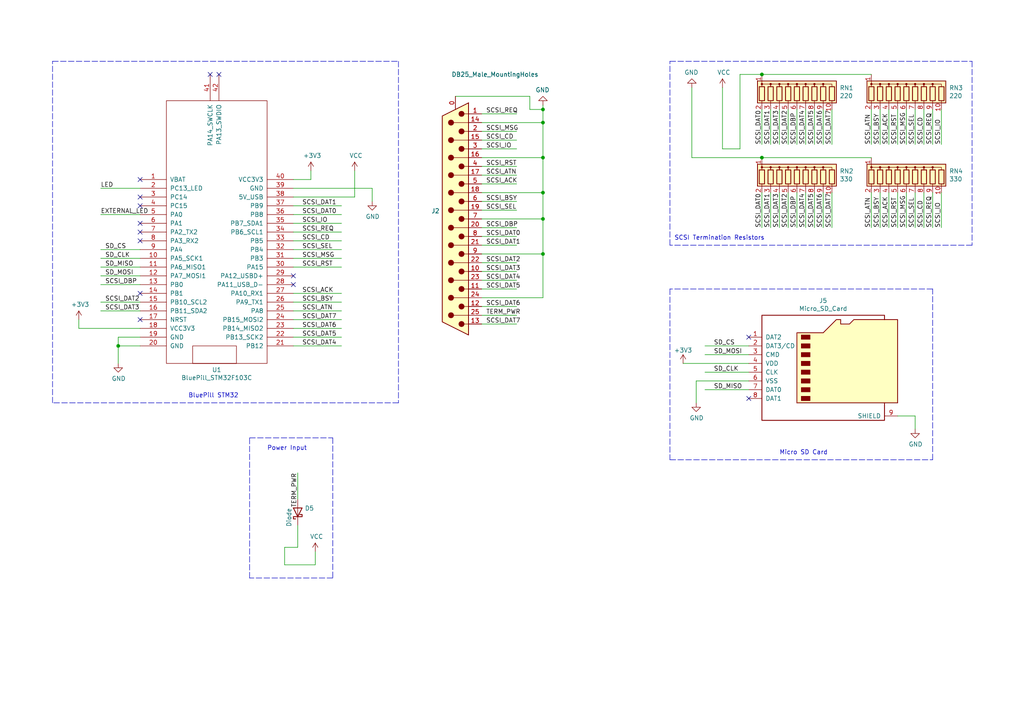
<source format=kicad_sch>
(kicad_sch
	(version 20250114)
	(generator "eeschema")
	(generator_version "9.0")
	(uuid "cf96699d-33b6-4c82-b779-b8724a42175c")
	(paper "A4")
	(lib_symbols
		(symbol "Connector:Micro_SD_Card"
			(pin_names
				(offset 1.016)
			)
			(exclude_from_sim no)
			(in_bom yes)
			(on_board yes)
			(property "Reference" "J"
				(at -16.51 15.24 0)
				(effects
					(font
						(size 1.27 1.27)
					)
				)
			)
			(property "Value" "Micro_SD_Card"
				(at 16.51 15.24 0)
				(effects
					(font
						(size 1.27 1.27)
					)
					(justify right)
				)
			)
			(property "Footprint" ""
				(at 29.21 7.62 0)
				(effects
					(font
						(size 1.27 1.27)
					)
					(hide yes)
				)
			)
			(property "Datasheet" "https://www.we-online.com/components/products/datasheet/693072010801.pdf"
				(at 0 0 0)
				(effects
					(font
						(size 1.27 1.27)
					)
					(hide yes)
				)
			)
			(property "Description" "Micro SD Card Socket"
				(at 0 0 0)
				(effects
					(font
						(size 1.27 1.27)
					)
					(hide yes)
				)
			)
			(property "ki_keywords" "connector SD microsd"
				(at 0 0 0)
				(effects
					(font
						(size 1.27 1.27)
					)
					(hide yes)
				)
			)
			(property "ki_fp_filters" "microSD*"
				(at 0 0 0)
				(effects
					(font
						(size 1.27 1.27)
					)
					(hide yes)
				)
			)
			(symbol "Micro_SD_Card_0_1"
				(polyline
					(pts
						(xy -8.89 -11.43) (xy -8.89 8.89) (xy -1.27 8.89) (xy 2.54 12.7) (xy 3.81 12.7) (xy 3.81 11.43)
						(xy 6.35 11.43) (xy 7.62 12.7) (xy 20.32 12.7) (xy 20.32 -11.43) (xy -8.89 -11.43)
					)
					(stroke
						(width 0.254)
						(type default)
					)
					(fill
						(type background)
					)
				)
				(rectangle
					(start -7.62 8.255)
					(end -5.08 6.985)
					(stroke
						(width 0)
						(type default)
					)
					(fill
						(type outline)
					)
				)
				(rectangle
					(start -7.62 5.715)
					(end -5.08 4.445)
					(stroke
						(width 0)
						(type default)
					)
					(fill
						(type outline)
					)
				)
				(rectangle
					(start -7.62 3.175)
					(end -5.08 1.905)
					(stroke
						(width 0)
						(type default)
					)
					(fill
						(type outline)
					)
				)
				(rectangle
					(start -7.62 0.635)
					(end -5.08 -0.635)
					(stroke
						(width 0)
						(type default)
					)
					(fill
						(type outline)
					)
				)
				(rectangle
					(start -7.62 -1.905)
					(end -5.08 -3.175)
					(stroke
						(width 0)
						(type default)
					)
					(fill
						(type outline)
					)
				)
				(rectangle
					(start -7.62 -4.445)
					(end -5.08 -5.715)
					(stroke
						(width 0)
						(type default)
					)
					(fill
						(type outline)
					)
				)
				(rectangle
					(start -7.62 -6.985)
					(end -5.08 -8.255)
					(stroke
						(width 0)
						(type default)
					)
					(fill
						(type outline)
					)
				)
				(rectangle
					(start -7.62 -9.525)
					(end -5.08 -10.795)
					(stroke
						(width 0)
						(type default)
					)
					(fill
						(type outline)
					)
				)
				(polyline
					(pts
						(xy 16.51 12.7) (xy 16.51 13.97) (xy -19.05 13.97) (xy -19.05 -16.51) (xy 16.51 -16.51) (xy 16.51 -11.43)
					)
					(stroke
						(width 0.254)
						(type default)
					)
					(fill
						(type none)
					)
				)
			)
			(symbol "Micro_SD_Card_1_1"
				(pin bidirectional line
					(at -22.86 7.62 0)
					(length 3.81)
					(name "DAT2"
						(effects
							(font
								(size 1.27 1.27)
							)
						)
					)
					(number "1"
						(effects
							(font
								(size 1.27 1.27)
							)
						)
					)
				)
				(pin bidirectional line
					(at -22.86 5.08 0)
					(length 3.81)
					(name "DAT3/CD"
						(effects
							(font
								(size 1.27 1.27)
							)
						)
					)
					(number "2"
						(effects
							(font
								(size 1.27 1.27)
							)
						)
					)
				)
				(pin input line
					(at -22.86 2.54 0)
					(length 3.81)
					(name "CMD"
						(effects
							(font
								(size 1.27 1.27)
							)
						)
					)
					(number "3"
						(effects
							(font
								(size 1.27 1.27)
							)
						)
					)
				)
				(pin power_in line
					(at -22.86 0 0)
					(length 3.81)
					(name "VDD"
						(effects
							(font
								(size 1.27 1.27)
							)
						)
					)
					(number "4"
						(effects
							(font
								(size 1.27 1.27)
							)
						)
					)
				)
				(pin input line
					(at -22.86 -2.54 0)
					(length 3.81)
					(name "CLK"
						(effects
							(font
								(size 1.27 1.27)
							)
						)
					)
					(number "5"
						(effects
							(font
								(size 1.27 1.27)
							)
						)
					)
				)
				(pin power_in line
					(at -22.86 -5.08 0)
					(length 3.81)
					(name "VSS"
						(effects
							(font
								(size 1.27 1.27)
							)
						)
					)
					(number "6"
						(effects
							(font
								(size 1.27 1.27)
							)
						)
					)
				)
				(pin bidirectional line
					(at -22.86 -7.62 0)
					(length 3.81)
					(name "DAT0"
						(effects
							(font
								(size 1.27 1.27)
							)
						)
					)
					(number "7"
						(effects
							(font
								(size 1.27 1.27)
							)
						)
					)
				)
				(pin bidirectional line
					(at -22.86 -10.16 0)
					(length 3.81)
					(name "DAT1"
						(effects
							(font
								(size 1.27 1.27)
							)
						)
					)
					(number "8"
						(effects
							(font
								(size 1.27 1.27)
							)
						)
					)
				)
				(pin passive line
					(at 20.32 -15.24 180)
					(length 3.81)
					(name "SHIELD"
						(effects
							(font
								(size 1.27 1.27)
							)
						)
					)
					(number "9"
						(effects
							(font
								(size 1.27 1.27)
							)
						)
					)
				)
			)
			(embedded_fonts no)
		)
		(symbol "Device:D_Schottky"
			(pin_numbers
				(hide yes)
			)
			(pin_names
				(offset 1.016)
				(hide yes)
			)
			(exclude_from_sim no)
			(in_bom yes)
			(on_board yes)
			(property "Reference" "D"
				(at 0 2.54 0)
				(effects
					(font
						(size 1.27 1.27)
					)
				)
			)
			(property "Value" "D_Schottky"
				(at 0 -2.54 0)
				(effects
					(font
						(size 1.27 1.27)
					)
				)
			)
			(property "Footprint" ""
				(at 0 0 0)
				(effects
					(font
						(size 1.27 1.27)
					)
					(hide yes)
				)
			)
			(property "Datasheet" "~"
				(at 0 0 0)
				(effects
					(font
						(size 1.27 1.27)
					)
					(hide yes)
				)
			)
			(property "Description" "Schottky diode"
				(at 0 0 0)
				(effects
					(font
						(size 1.27 1.27)
					)
					(hide yes)
				)
			)
			(property "ki_keywords" "diode Schottky"
				(at 0 0 0)
				(effects
					(font
						(size 1.27 1.27)
					)
					(hide yes)
				)
			)
			(property "ki_fp_filters" "TO-???* *_Diode_* *SingleDiode* D_*"
				(at 0 0 0)
				(effects
					(font
						(size 1.27 1.27)
					)
					(hide yes)
				)
			)
			(symbol "D_Schottky_0_1"
				(polyline
					(pts
						(xy -1.905 0.635) (xy -1.905 1.27) (xy -1.27 1.27) (xy -1.27 -1.27) (xy -0.635 -1.27) (xy -0.635 -0.635)
					)
					(stroke
						(width 0.254)
						(type default)
					)
					(fill
						(type none)
					)
				)
				(polyline
					(pts
						(xy 1.27 1.27) (xy 1.27 -1.27) (xy -1.27 0) (xy 1.27 1.27)
					)
					(stroke
						(width 0.254)
						(type default)
					)
					(fill
						(type none)
					)
				)
				(polyline
					(pts
						(xy 1.27 0) (xy -1.27 0)
					)
					(stroke
						(width 0)
						(type default)
					)
					(fill
						(type none)
					)
				)
			)
			(symbol "D_Schottky_1_1"
				(pin passive line
					(at -3.81 0 0)
					(length 2.54)
					(name "K"
						(effects
							(font
								(size 1.27 1.27)
							)
						)
					)
					(number "1"
						(effects
							(font
								(size 1.27 1.27)
							)
						)
					)
				)
				(pin passive line
					(at 3.81 0 180)
					(length 2.54)
					(name "A"
						(effects
							(font
								(size 1.27 1.27)
							)
						)
					)
					(number "2"
						(effects
							(font
								(size 1.27 1.27)
							)
						)
					)
				)
			)
			(embedded_fonts no)
		)
		(symbol "Device:R_Network09"
			(pin_names
				(offset 0)
				(hide yes)
			)
			(exclude_from_sim no)
			(in_bom yes)
			(on_board yes)
			(property "Reference" "RN"
				(at -12.7 0 90)
				(effects
					(font
						(size 1.27 1.27)
					)
				)
			)
			(property "Value" "R_Network09"
				(at 12.7 0 90)
				(effects
					(font
						(size 1.27 1.27)
					)
				)
			)
			(property "Footprint" "Resistor_THT:R_Array_SIP10"
				(at 14.605 0 90)
				(effects
					(font
						(size 1.27 1.27)
					)
					(hide yes)
				)
			)
			(property "Datasheet" "http://www.vishay.com/docs/31509/csc.pdf"
				(at 0 0 0)
				(effects
					(font
						(size 1.27 1.27)
					)
					(hide yes)
				)
			)
			(property "Description" "9 resistor network, star topology, bussed resistors, small symbol"
				(at 0 0 0)
				(effects
					(font
						(size 1.27 1.27)
					)
					(hide yes)
				)
			)
			(property "ki_keywords" "R network star-topology"
				(at 0 0 0)
				(effects
					(font
						(size 1.27 1.27)
					)
					(hide yes)
				)
			)
			(property "ki_fp_filters" "R?Array?SIP*"
				(at 0 0 0)
				(effects
					(font
						(size 1.27 1.27)
					)
					(hide yes)
				)
			)
			(symbol "R_Network09_0_1"
				(rectangle
					(start -11.43 -3.175)
					(end 11.43 3.175)
					(stroke
						(width 0.254)
						(type default)
					)
					(fill
						(type background)
					)
				)
				(rectangle
					(start -10.922 1.524)
					(end -9.398 -2.54)
					(stroke
						(width 0.254)
						(type default)
					)
					(fill
						(type none)
					)
				)
				(circle
					(center -10.16 2.286)
					(radius 0.254)
					(stroke
						(width 0)
						(type default)
					)
					(fill
						(type outline)
					)
				)
				(polyline
					(pts
						(xy -10.16 1.524) (xy -10.16 2.286) (xy -7.62 2.286) (xy -7.62 1.524)
					)
					(stroke
						(width 0)
						(type default)
					)
					(fill
						(type none)
					)
				)
				(polyline
					(pts
						(xy -10.16 -2.54) (xy -10.16 -3.81)
					)
					(stroke
						(width 0)
						(type default)
					)
					(fill
						(type none)
					)
				)
				(rectangle
					(start -8.382 1.524)
					(end -6.858 -2.54)
					(stroke
						(width 0.254)
						(type default)
					)
					(fill
						(type none)
					)
				)
				(circle
					(center -7.62 2.286)
					(radius 0.254)
					(stroke
						(width 0)
						(type default)
					)
					(fill
						(type outline)
					)
				)
				(polyline
					(pts
						(xy -7.62 1.524) (xy -7.62 2.286) (xy -5.08 2.286) (xy -5.08 1.524)
					)
					(stroke
						(width 0)
						(type default)
					)
					(fill
						(type none)
					)
				)
				(polyline
					(pts
						(xy -7.62 -2.54) (xy -7.62 -3.81)
					)
					(stroke
						(width 0)
						(type default)
					)
					(fill
						(type none)
					)
				)
				(rectangle
					(start -5.842 1.524)
					(end -4.318 -2.54)
					(stroke
						(width 0.254)
						(type default)
					)
					(fill
						(type none)
					)
				)
				(circle
					(center -5.08 2.286)
					(radius 0.254)
					(stroke
						(width 0)
						(type default)
					)
					(fill
						(type outline)
					)
				)
				(polyline
					(pts
						(xy -5.08 1.524) (xy -5.08 2.286) (xy -2.54 2.286) (xy -2.54 1.524)
					)
					(stroke
						(width 0)
						(type default)
					)
					(fill
						(type none)
					)
				)
				(polyline
					(pts
						(xy -5.08 -2.54) (xy -5.08 -3.81)
					)
					(stroke
						(width 0)
						(type default)
					)
					(fill
						(type none)
					)
				)
				(rectangle
					(start -3.302 1.524)
					(end -1.778 -2.54)
					(stroke
						(width 0.254)
						(type default)
					)
					(fill
						(type none)
					)
				)
				(circle
					(center -2.54 2.286)
					(radius 0.254)
					(stroke
						(width 0)
						(type default)
					)
					(fill
						(type outline)
					)
				)
				(polyline
					(pts
						(xy -2.54 1.524) (xy -2.54 2.286) (xy 0 2.286) (xy 0 1.524)
					)
					(stroke
						(width 0)
						(type default)
					)
					(fill
						(type none)
					)
				)
				(polyline
					(pts
						(xy -2.54 -2.54) (xy -2.54 -3.81)
					)
					(stroke
						(width 0)
						(type default)
					)
					(fill
						(type none)
					)
				)
				(rectangle
					(start -0.762 1.524)
					(end 0.762 -2.54)
					(stroke
						(width 0.254)
						(type default)
					)
					(fill
						(type none)
					)
				)
				(circle
					(center 0 2.286)
					(radius 0.254)
					(stroke
						(width 0)
						(type default)
					)
					(fill
						(type outline)
					)
				)
				(polyline
					(pts
						(xy 0 1.524) (xy 0 2.286) (xy 2.54 2.286) (xy 2.54 1.524)
					)
					(stroke
						(width 0)
						(type default)
					)
					(fill
						(type none)
					)
				)
				(polyline
					(pts
						(xy 0 -2.54) (xy 0 -3.81)
					)
					(stroke
						(width 0)
						(type default)
					)
					(fill
						(type none)
					)
				)
				(rectangle
					(start 1.778 1.524)
					(end 3.302 -2.54)
					(stroke
						(width 0.254)
						(type default)
					)
					(fill
						(type none)
					)
				)
				(circle
					(center 2.54 2.286)
					(radius 0.254)
					(stroke
						(width 0)
						(type default)
					)
					(fill
						(type outline)
					)
				)
				(polyline
					(pts
						(xy 2.54 1.524) (xy 2.54 2.286) (xy 5.08 2.286) (xy 5.08 1.524)
					)
					(stroke
						(width 0)
						(type default)
					)
					(fill
						(type none)
					)
				)
				(polyline
					(pts
						(xy 2.54 -2.54) (xy 2.54 -3.81)
					)
					(stroke
						(width 0)
						(type default)
					)
					(fill
						(type none)
					)
				)
				(rectangle
					(start 4.318 1.524)
					(end 5.842 -2.54)
					(stroke
						(width 0.254)
						(type default)
					)
					(fill
						(type none)
					)
				)
				(circle
					(center 5.08 2.286)
					(radius 0.254)
					(stroke
						(width 0)
						(type default)
					)
					(fill
						(type outline)
					)
				)
				(polyline
					(pts
						(xy 5.08 1.524) (xy 5.08 2.286) (xy 7.62 2.286) (xy 7.62 1.524)
					)
					(stroke
						(width 0)
						(type default)
					)
					(fill
						(type none)
					)
				)
				(polyline
					(pts
						(xy 5.08 -2.54) (xy 5.08 -3.81)
					)
					(stroke
						(width 0)
						(type default)
					)
					(fill
						(type none)
					)
				)
				(rectangle
					(start 6.858 1.524)
					(end 8.382 -2.54)
					(stroke
						(width 0.254)
						(type default)
					)
					(fill
						(type none)
					)
				)
				(circle
					(center 7.62 2.286)
					(radius 0.254)
					(stroke
						(width 0)
						(type default)
					)
					(fill
						(type outline)
					)
				)
				(polyline
					(pts
						(xy 7.62 1.524) (xy 7.62 2.286) (xy 10.16 2.286) (xy 10.16 1.524)
					)
					(stroke
						(width 0)
						(type default)
					)
					(fill
						(type none)
					)
				)
				(polyline
					(pts
						(xy 7.62 -2.54) (xy 7.62 -3.81)
					)
					(stroke
						(width 0)
						(type default)
					)
					(fill
						(type none)
					)
				)
				(rectangle
					(start 9.398 1.524)
					(end 10.922 -2.54)
					(stroke
						(width 0.254)
						(type default)
					)
					(fill
						(type none)
					)
				)
				(polyline
					(pts
						(xy 10.16 -2.54) (xy 10.16 -3.81)
					)
					(stroke
						(width 0)
						(type default)
					)
					(fill
						(type none)
					)
				)
			)
			(symbol "R_Network09_1_1"
				(pin passive line
					(at -10.16 5.08 270)
					(length 2.54)
					(name "common"
						(effects
							(font
								(size 1.27 1.27)
							)
						)
					)
					(number "1"
						(effects
							(font
								(size 1.27 1.27)
							)
						)
					)
				)
				(pin passive line
					(at -10.16 -5.08 90)
					(length 1.27)
					(name "R1"
						(effects
							(font
								(size 1.27 1.27)
							)
						)
					)
					(number "2"
						(effects
							(font
								(size 1.27 1.27)
							)
						)
					)
				)
				(pin passive line
					(at -7.62 -5.08 90)
					(length 1.27)
					(name "R2"
						(effects
							(font
								(size 1.27 1.27)
							)
						)
					)
					(number "3"
						(effects
							(font
								(size 1.27 1.27)
							)
						)
					)
				)
				(pin passive line
					(at -5.08 -5.08 90)
					(length 1.27)
					(name "R3"
						(effects
							(font
								(size 1.27 1.27)
							)
						)
					)
					(number "4"
						(effects
							(font
								(size 1.27 1.27)
							)
						)
					)
				)
				(pin passive line
					(at -2.54 -5.08 90)
					(length 1.27)
					(name "R4"
						(effects
							(font
								(size 1.27 1.27)
							)
						)
					)
					(number "5"
						(effects
							(font
								(size 1.27 1.27)
							)
						)
					)
				)
				(pin passive line
					(at 0 -5.08 90)
					(length 1.27)
					(name "R5"
						(effects
							(font
								(size 1.27 1.27)
							)
						)
					)
					(number "6"
						(effects
							(font
								(size 1.27 1.27)
							)
						)
					)
				)
				(pin passive line
					(at 2.54 -5.08 90)
					(length 1.27)
					(name "R6"
						(effects
							(font
								(size 1.27 1.27)
							)
						)
					)
					(number "7"
						(effects
							(font
								(size 1.27 1.27)
							)
						)
					)
				)
				(pin passive line
					(at 5.08 -5.08 90)
					(length 1.27)
					(name "R7"
						(effects
							(font
								(size 1.27 1.27)
							)
						)
					)
					(number "8"
						(effects
							(font
								(size 1.27 1.27)
							)
						)
					)
				)
				(pin passive line
					(at 7.62 -5.08 90)
					(length 1.27)
					(name "R8"
						(effects
							(font
								(size 1.27 1.27)
							)
						)
					)
					(number "9"
						(effects
							(font
								(size 1.27 1.27)
							)
						)
					)
				)
				(pin passive line
					(at 10.16 -5.08 90)
					(length 1.27)
					(name "R9"
						(effects
							(font
								(size 1.27 1.27)
							)
						)
					)
					(number "10"
						(effects
							(font
								(size 1.27 1.27)
							)
						)
					)
				)
			)
			(embedded_fonts no)
		)
		(symbol "bluepill_scsi-rescue:+3.3V-power"
			(power)
			(pin_names
				(offset 0)
			)
			(exclude_from_sim no)
			(in_bom yes)
			(on_board yes)
			(property "Reference" "#PWR"
				(at 0 -3.81 0)
				(effects
					(font
						(size 1.27 1.27)
					)
					(hide yes)
				)
			)
			(property "Value" "power_+3.3V"
				(at 0 3.556 0)
				(effects
					(font
						(size 1.27 1.27)
					)
				)
			)
			(property "Footprint" ""
				(at 0 0 0)
				(effects
					(font
						(size 1.27 1.27)
					)
					(hide yes)
				)
			)
			(property "Datasheet" ""
				(at 0 0 0)
				(effects
					(font
						(size 1.27 1.27)
					)
					(hide yes)
				)
			)
			(property "Description" ""
				(at 0 0 0)
				(effects
					(font
						(size 1.27 1.27)
					)
					(hide yes)
				)
			)
			(symbol "+3.3V-power_0_1"
				(polyline
					(pts
						(xy -0.762 1.27) (xy 0 2.54)
					)
					(stroke
						(width 0)
						(type solid)
					)
					(fill
						(type none)
					)
				)
				(polyline
					(pts
						(xy 0 2.54) (xy 0.762 1.27)
					)
					(stroke
						(width 0)
						(type solid)
					)
					(fill
						(type none)
					)
				)
				(polyline
					(pts
						(xy 0 0) (xy 0 2.54)
					)
					(stroke
						(width 0)
						(type solid)
					)
					(fill
						(type none)
					)
				)
			)
			(symbol "+3.3V-power_1_1"
				(pin power_in line
					(at 0 0 90)
					(length 0)
					(hide yes)
					(name "+3V3"
						(effects
							(font
								(size 1.27 1.27)
							)
						)
					)
					(number "1"
						(effects
							(font
								(size 1.27 1.27)
							)
						)
					)
				)
			)
			(embedded_fonts no)
		)
		(symbol "bluepill_scsi-rescue:BluePill_STM32F103C-bluepill-bluepill_scsi-rescue"
			(pin_names
				(offset 1.016)
			)
			(exclude_from_sim no)
			(in_bom yes)
			(on_board yes)
			(property "Reference" "U"
				(at -11.43 -34.29 0)
				(effects
					(font
						(size 1.27 1.27)
					)
				)
			)
			(property "Value" "bluepill_scsi-rescue_BluePill_STM32F103C-bluepill"
				(at 1.27 21.59 0)
				(effects
					(font
						(size 1.27 1.27)
					)
				)
			)
			(property "Footprint" "BluePill_breakouts:BluePill_STM32F103C"
				(at 1.27 -40.64 0)
				(effects
					(font
						(size 1.27 1.27)
					)
					(hide yes)
				)
			)
			(property "Datasheet" "www.rogerclark.net"
				(at 0 -38.1 0)
				(effects
					(font
						(size 1.27 1.27)
					)
					(hide yes)
				)
			)
			(property "Description" ""
				(at 0 0 0)
				(effects
					(font
						(size 1.27 1.27)
					)
					(hide yes)
				)
			)
			(symbol "BluePill_STM32F103C-bluepill-bluepill_scsi-rescue_0_1"
				(rectangle
					(start -6.35 -35.56)
					(end 6.35 -30.48)
					(stroke
						(width 0)
						(type solid)
					)
					(fill
						(type none)
					)
				)
			)
			(symbol "BluePill_STM32F103C-bluepill-bluepill_scsi-rescue_1_0"
				(rectangle
					(start -13.97 -35.56)
					(end 15.24 40.64)
					(stroke
						(width 0)
						(type solid)
					)
					(fill
						(type none)
					)
				)
			)
			(symbol "BluePill_STM32F103C-bluepill-bluepill_scsi-rescue_1_1"
				(pin power_in line
					(at -21.59 17.78 0)
					(length 7.62)
					(name "VBAT"
						(effects
							(font
								(size 1.27 1.27)
							)
						)
					)
					(number "1"
						(effects
							(font
								(size 1.27 1.27)
							)
						)
					)
				)
				(pin bidirectional line
					(at -21.59 15.24 0)
					(length 7.62)
					(name "PC13_LED"
						(effects
							(font
								(size 1.27 1.27)
							)
						)
					)
					(number "2"
						(effects
							(font
								(size 1.27 1.27)
							)
						)
					)
				)
				(pin bidirectional line
					(at -21.59 12.7 0)
					(length 7.62)
					(name "PC14"
						(effects
							(font
								(size 1.27 1.27)
							)
						)
					)
					(number "3"
						(effects
							(font
								(size 1.27 1.27)
							)
						)
					)
				)
				(pin bidirectional line
					(at -21.59 10.16 0)
					(length 7.62)
					(name "PC15"
						(effects
							(font
								(size 1.27 1.27)
							)
						)
					)
					(number "4"
						(effects
							(font
								(size 1.27 1.27)
							)
						)
					)
				)
				(pin bidirectional line
					(at -21.59 7.62 0)
					(length 7.62)
					(name "PA0"
						(effects
							(font
								(size 1.27 1.27)
							)
						)
					)
					(number "5"
						(effects
							(font
								(size 1.27 1.27)
							)
						)
					)
				)
				(pin bidirectional line
					(at -21.59 5.08 0)
					(length 7.62)
					(name "PA1"
						(effects
							(font
								(size 1.27 1.27)
							)
						)
					)
					(number "6"
						(effects
							(font
								(size 1.27 1.27)
							)
						)
					)
				)
				(pin bidirectional line
					(at -21.59 2.54 0)
					(length 7.62)
					(name "PA2_TX2"
						(effects
							(font
								(size 1.27 1.27)
							)
						)
					)
					(number "7"
						(effects
							(font
								(size 1.27 1.27)
							)
						)
					)
				)
				(pin bidirectional line
					(at -21.59 0 0)
					(length 7.62)
					(name "PA3_RX2"
						(effects
							(font
								(size 1.27 1.27)
							)
						)
					)
					(number "8"
						(effects
							(font
								(size 1.27 1.27)
							)
						)
					)
				)
				(pin bidirectional line
					(at -21.59 -2.54 0)
					(length 7.62)
					(name "PA4"
						(effects
							(font
								(size 1.27 1.27)
							)
						)
					)
					(number "9"
						(effects
							(font
								(size 1.27 1.27)
							)
						)
					)
				)
				(pin bidirectional line
					(at -21.59 -5.08 0)
					(length 7.62)
					(name "PA5_SCK1"
						(effects
							(font
								(size 1.27 1.27)
							)
						)
					)
					(number "10"
						(effects
							(font
								(size 1.27 1.27)
							)
						)
					)
				)
				(pin bidirectional line
					(at -21.59 -7.62 0)
					(length 7.62)
					(name "PA6_MISO1"
						(effects
							(font
								(size 1.27 1.27)
							)
						)
					)
					(number "11"
						(effects
							(font
								(size 1.27 1.27)
							)
						)
					)
				)
				(pin bidirectional line
					(at -21.59 -10.16 0)
					(length 7.62)
					(name "PA7_MOSI1"
						(effects
							(font
								(size 1.27 1.27)
							)
						)
					)
					(number "12"
						(effects
							(font
								(size 1.27 1.27)
							)
						)
					)
				)
				(pin bidirectional line
					(at -21.59 -12.7 0)
					(length 7.62)
					(name "PB0"
						(effects
							(font
								(size 1.27 1.27)
							)
						)
					)
					(number "13"
						(effects
							(font
								(size 1.27 1.27)
							)
						)
					)
				)
				(pin bidirectional line
					(at -21.59 -15.24 0)
					(length 7.62)
					(name "PB1"
						(effects
							(font
								(size 1.27 1.27)
							)
						)
					)
					(number "14"
						(effects
							(font
								(size 1.27 1.27)
							)
						)
					)
				)
				(pin bidirectional line
					(at -21.59 -17.78 0)
					(length 7.62)
					(name "PB10_SCL2"
						(effects
							(font
								(size 1.27 1.27)
							)
						)
					)
					(number "15"
						(effects
							(font
								(size 1.27 1.27)
							)
						)
					)
				)
				(pin bidirectional line
					(at -21.59 -20.32 0)
					(length 7.62)
					(name "PB11_SDA2"
						(effects
							(font
								(size 1.27 1.27)
							)
						)
					)
					(number "16"
						(effects
							(font
								(size 1.27 1.27)
							)
						)
					)
				)
				(pin input line
					(at -21.59 -22.86 0)
					(length 7.62)
					(name "NRST"
						(effects
							(font
								(size 1.27 1.27)
							)
						)
					)
					(number "17"
						(effects
							(font
								(size 1.27 1.27)
							)
						)
					)
				)
				(pin bidirectional line
					(at -21.59 -25.4 0)
					(length 7.62)
					(name "VCC3V3"
						(effects
							(font
								(size 1.27 1.27)
							)
						)
					)
					(number "18"
						(effects
							(font
								(size 1.27 1.27)
							)
						)
					)
				)
				(pin power_in line
					(at -21.59 -27.94 0)
					(length 7.62)
					(name "GND"
						(effects
							(font
								(size 1.27 1.27)
							)
						)
					)
					(number "19"
						(effects
							(font
								(size 1.27 1.27)
							)
						)
					)
				)
				(pin power_in line
					(at -21.59 -30.48 0)
					(length 7.62)
					(name "GND"
						(effects
							(font
								(size 1.27 1.27)
							)
						)
					)
					(number "20"
						(effects
							(font
								(size 1.27 1.27)
							)
						)
					)
				)
				(pin bidirectional line
					(at -1.27 48.26 270)
					(length 7.62)
					(name "PA14_SWCLK"
						(effects
							(font
								(size 1.27 1.27)
							)
						)
					)
					(number "41"
						(effects
							(font
								(size 1.27 1.27)
							)
						)
					)
				)
				(pin bidirectional line
					(at 1.27 48.26 270)
					(length 7.62)
					(name "PA13_SWDIO"
						(effects
							(font
								(size 1.27 1.27)
							)
						)
					)
					(number "42"
						(effects
							(font
								(size 1.27 1.27)
							)
						)
					)
				)
				(pin bidirectional line
					(at 22.86 17.78 180)
					(length 7.62)
					(name "VCC3V3"
						(effects
							(font
								(size 1.27 1.27)
							)
						)
					)
					(number "40"
						(effects
							(font
								(size 1.27 1.27)
							)
						)
					)
				)
				(pin power_in line
					(at 22.86 15.24 180)
					(length 7.62)
					(name "GND"
						(effects
							(font
								(size 1.27 1.27)
							)
						)
					)
					(number "39"
						(effects
							(font
								(size 1.27 1.27)
							)
						)
					)
				)
				(pin bidirectional line
					(at 22.86 12.7 180)
					(length 7.62)
					(name "5V_USB"
						(effects
							(font
								(size 1.27 1.27)
							)
						)
					)
					(number "38"
						(effects
							(font
								(size 1.27 1.27)
							)
						)
					)
				)
				(pin bidirectional line
					(at 22.86 10.16 180)
					(length 7.62)
					(name "PB9"
						(effects
							(font
								(size 1.27 1.27)
							)
						)
					)
					(number "37"
						(effects
							(font
								(size 1.27 1.27)
							)
						)
					)
				)
				(pin bidirectional line
					(at 22.86 7.62 180)
					(length 7.62)
					(name "PB8"
						(effects
							(font
								(size 1.27 1.27)
							)
						)
					)
					(number "36"
						(effects
							(font
								(size 1.27 1.27)
							)
						)
					)
				)
				(pin bidirectional line
					(at 22.86 5.08 180)
					(length 7.62)
					(name "PB7_SDA1"
						(effects
							(font
								(size 1.27 1.27)
							)
						)
					)
					(number "35"
						(effects
							(font
								(size 1.27 1.27)
							)
						)
					)
				)
				(pin bidirectional line
					(at 22.86 2.54 180)
					(length 7.62)
					(name "PB6_SCL1"
						(effects
							(font
								(size 1.27 1.27)
							)
						)
					)
					(number "34"
						(effects
							(font
								(size 1.27 1.27)
							)
						)
					)
				)
				(pin bidirectional line
					(at 22.86 0 180)
					(length 7.62)
					(name "PB5"
						(effects
							(font
								(size 1.27 1.27)
							)
						)
					)
					(number "33"
						(effects
							(font
								(size 1.27 1.27)
							)
						)
					)
				)
				(pin bidirectional line
					(at 22.86 -2.54 180)
					(length 7.62)
					(name "PB4"
						(effects
							(font
								(size 1.27 1.27)
							)
						)
					)
					(number "32"
						(effects
							(font
								(size 1.27 1.27)
							)
						)
					)
				)
				(pin bidirectional line
					(at 22.86 -5.08 180)
					(length 7.62)
					(name "PB3"
						(effects
							(font
								(size 1.27 1.27)
							)
						)
					)
					(number "31"
						(effects
							(font
								(size 1.27 1.27)
							)
						)
					)
				)
				(pin bidirectional line
					(at 22.86 -7.62 180)
					(length 7.62)
					(name "PA15"
						(effects
							(font
								(size 1.27 1.27)
							)
						)
					)
					(number "30"
						(effects
							(font
								(size 1.27 1.27)
							)
						)
					)
				)
				(pin bidirectional line
					(at 22.86 -10.16 180)
					(length 7.62)
					(name "PA12_USBD+"
						(effects
							(font
								(size 1.27 1.27)
							)
						)
					)
					(number "29"
						(effects
							(font
								(size 1.27 1.27)
							)
						)
					)
				)
				(pin bidirectional line
					(at 22.86 -12.7 180)
					(length 7.62)
					(name "PA11_USB_D-"
						(effects
							(font
								(size 1.27 1.27)
							)
						)
					)
					(number "28"
						(effects
							(font
								(size 1.27 1.27)
							)
						)
					)
				)
				(pin bidirectional line
					(at 22.86 -15.24 180)
					(length 7.62)
					(name "PA10_RX1"
						(effects
							(font
								(size 1.27 1.27)
							)
						)
					)
					(number "27"
						(effects
							(font
								(size 1.27 1.27)
							)
						)
					)
				)
				(pin bidirectional line
					(at 22.86 -17.78 180)
					(length 7.62)
					(name "PA9_TX1"
						(effects
							(font
								(size 1.27 1.27)
							)
						)
					)
					(number "26"
						(effects
							(font
								(size 1.27 1.27)
							)
						)
					)
				)
				(pin bidirectional line
					(at 22.86 -20.32 180)
					(length 7.62)
					(name "PA8"
						(effects
							(font
								(size 1.27 1.27)
							)
						)
					)
					(number "25"
						(effects
							(font
								(size 1.27 1.27)
							)
						)
					)
				)
				(pin bidirectional line
					(at 22.86 -22.86 180)
					(length 7.62)
					(name "PB15_MOSI2"
						(effects
							(font
								(size 1.27 1.27)
							)
						)
					)
					(number "24"
						(effects
							(font
								(size 1.27 1.27)
							)
						)
					)
				)
				(pin bidirectional line
					(at 22.86 -25.4 180)
					(length 7.62)
					(name "PB14_MISO2"
						(effects
							(font
								(size 1.27 1.27)
							)
						)
					)
					(number "23"
						(effects
							(font
								(size 1.27 1.27)
							)
						)
					)
				)
				(pin bidirectional line
					(at 22.86 -27.94 180)
					(length 7.62)
					(name "PB13_SCK2"
						(effects
							(font
								(size 1.27 1.27)
							)
						)
					)
					(number "22"
						(effects
							(font
								(size 1.27 1.27)
							)
						)
					)
				)
				(pin bidirectional line
					(at 22.86 -30.48 180)
					(length 7.62)
					(name "PB12"
						(effects
							(font
								(size 1.27 1.27)
							)
						)
					)
					(number "21"
						(effects
							(font
								(size 1.27 1.27)
							)
						)
					)
				)
			)
			(embedded_fonts no)
		)
		(symbol "bluepill_scsi-rescue:DB25_Male_MountingHoles-Connector"
			(pin_names
				(offset 1.016)
				(hide yes)
			)
			(exclude_from_sim no)
			(in_bom yes)
			(on_board yes)
			(property "Reference" "J"
				(at 0 36.83 0)
				(effects
					(font
						(size 1.27 1.27)
					)
				)
			)
			(property "Value" "Connector_DB25_Male_MountingHoles"
				(at 0 34.925 0)
				(effects
					(font
						(size 1.27 1.27)
					)
				)
			)
			(property "Footprint" ""
				(at 0 0 0)
				(effects
					(font
						(size 1.27 1.27)
					)
					(hide yes)
				)
			)
			(property "Datasheet" ""
				(at 0 0 0)
				(effects
					(font
						(size 1.27 1.27)
					)
					(hide yes)
				)
			)
			(property "Description" ""
				(at 0 0 0)
				(effects
					(font
						(size 1.27 1.27)
					)
					(hide yes)
				)
			)
			(property "ki_fp_filters" "DSUB*Male*"
				(at 0 0 0)
				(effects
					(font
						(size 1.27 1.27)
					)
					(hide yes)
				)
			)
			(symbol "DB25_Male_MountingHoles-Connector_0_1"
				(polyline
					(pts
						(xy -3.81 30.48) (xy -2.54 30.48)
					)
					(stroke
						(width 0)
						(type solid)
					)
					(fill
						(type none)
					)
				)
				(polyline
					(pts
						(xy -3.81 27.94) (xy 0.508 27.94)
					)
					(stroke
						(width 0)
						(type solid)
					)
					(fill
						(type none)
					)
				)
				(polyline
					(pts
						(xy -3.81 25.4) (xy -2.54 25.4)
					)
					(stroke
						(width 0)
						(type solid)
					)
					(fill
						(type none)
					)
				)
				(polyline
					(pts
						(xy -3.81 22.86) (xy 0.508 22.86)
					)
					(stroke
						(width 0)
						(type solid)
					)
					(fill
						(type none)
					)
				)
				(polyline
					(pts
						(xy -3.81 20.32) (xy -2.54 20.32)
					)
					(stroke
						(width 0)
						(type solid)
					)
					(fill
						(type none)
					)
				)
				(polyline
					(pts
						(xy -3.81 17.78) (xy 0.508 17.78)
					)
					(stroke
						(width 0)
						(type solid)
					)
					(fill
						(type none)
					)
				)
				(polyline
					(pts
						(xy -3.81 15.24) (xy -2.54 15.24)
					)
					(stroke
						(width 0)
						(type solid)
					)
					(fill
						(type none)
					)
				)
				(polyline
					(pts
						(xy -3.81 12.7) (xy 0.508 12.7)
					)
					(stroke
						(width 0)
						(type solid)
					)
					(fill
						(type none)
					)
				)
				(polyline
					(pts
						(xy -3.81 10.16) (xy -2.54 10.16)
					)
					(stroke
						(width 0)
						(type solid)
					)
					(fill
						(type none)
					)
				)
				(polyline
					(pts
						(xy -3.81 7.62) (xy 0.508 7.62)
					)
					(stroke
						(width 0)
						(type solid)
					)
					(fill
						(type none)
					)
				)
				(polyline
					(pts
						(xy -3.81 5.08) (xy -2.54 5.08)
					)
					(stroke
						(width 0)
						(type solid)
					)
					(fill
						(type none)
					)
				)
				(polyline
					(pts
						(xy -3.81 2.54) (xy 0.508 2.54)
					)
					(stroke
						(width 0)
						(type solid)
					)
					(fill
						(type none)
					)
				)
				(polyline
					(pts
						(xy -3.81 0) (xy -2.54 0)
					)
					(stroke
						(width 0)
						(type solid)
					)
					(fill
						(type none)
					)
				)
				(polyline
					(pts
						(xy -3.81 -2.54) (xy 0.508 -2.54)
					)
					(stroke
						(width 0)
						(type solid)
					)
					(fill
						(type none)
					)
				)
				(polyline
					(pts
						(xy -3.81 -5.08) (xy -2.54 -5.08)
					)
					(stroke
						(width 0)
						(type solid)
					)
					(fill
						(type none)
					)
				)
				(polyline
					(pts
						(xy -3.81 -7.62) (xy 0.508 -7.62)
					)
					(stroke
						(width 0)
						(type solid)
					)
					(fill
						(type none)
					)
				)
				(polyline
					(pts
						(xy -3.81 -10.16) (xy -2.54 -10.16)
					)
					(stroke
						(width 0)
						(type solid)
					)
					(fill
						(type none)
					)
				)
				(polyline
					(pts
						(xy -3.81 -12.7) (xy 0.508 -12.7)
					)
					(stroke
						(width 0)
						(type solid)
					)
					(fill
						(type none)
					)
				)
				(polyline
					(pts
						(xy -3.81 -15.24) (xy -2.54 -15.24)
					)
					(stroke
						(width 0)
						(type solid)
					)
					(fill
						(type none)
					)
				)
				(polyline
					(pts
						(xy -3.81 -17.78) (xy 0.508 -17.78)
					)
					(stroke
						(width 0)
						(type solid)
					)
					(fill
						(type none)
					)
				)
				(polyline
					(pts
						(xy -3.81 -20.32) (xy -2.54 -20.32)
					)
					(stroke
						(width 0)
						(type solid)
					)
					(fill
						(type none)
					)
				)
				(polyline
					(pts
						(xy -3.81 -22.86) (xy 0.508 -22.86)
					)
					(stroke
						(width 0)
						(type solid)
					)
					(fill
						(type none)
					)
				)
				(polyline
					(pts
						(xy -3.81 -25.4) (xy -2.54 -25.4)
					)
					(stroke
						(width 0)
						(type solid)
					)
					(fill
						(type none)
					)
				)
				(polyline
					(pts
						(xy -3.81 -27.94) (xy 0.508 -27.94)
					)
					(stroke
						(width 0)
						(type solid)
					)
					(fill
						(type none)
					)
				)
				(polyline
					(pts
						(xy -3.81 -30.48) (xy -2.54 -30.48)
					)
					(stroke
						(width 0)
						(type solid)
					)
					(fill
						(type none)
					)
				)
				(polyline
					(pts
						(xy -3.81 -33.655) (xy 3.81 -29.845) (xy 3.81 29.845) (xy -3.81 33.655) (xy -3.81 -33.655)
					)
					(stroke
						(width 0.254)
						(type solid)
					)
					(fill
						(type background)
					)
				)
				(circle
					(center -1.778 30.48)
					(radius 0.762)
					(stroke
						(width 0)
						(type solid)
					)
					(fill
						(type outline)
					)
				)
				(circle
					(center -1.778 25.4)
					(radius 0.762)
					(stroke
						(width 0)
						(type solid)
					)
					(fill
						(type outline)
					)
				)
				(circle
					(center -1.778 20.32)
					(radius 0.762)
					(stroke
						(width 0)
						(type solid)
					)
					(fill
						(type outline)
					)
				)
				(circle
					(center -1.778 15.24)
					(radius 0.762)
					(stroke
						(width 0)
						(type solid)
					)
					(fill
						(type outline)
					)
				)
				(circle
					(center -1.778 10.16)
					(radius 0.762)
					(stroke
						(width 0)
						(type solid)
					)
					(fill
						(type outline)
					)
				)
				(circle
					(center -1.778 5.08)
					(radius 0.762)
					(stroke
						(width 0)
						(type solid)
					)
					(fill
						(type outline)
					)
				)
				(circle
					(center -1.778 0)
					(radius 0.762)
					(stroke
						(width 0)
						(type solid)
					)
					(fill
						(type outline)
					)
				)
				(circle
					(center -1.778 -5.08)
					(radius 0.762)
					(stroke
						(width 0)
						(type solid)
					)
					(fill
						(type outline)
					)
				)
				(circle
					(center -1.778 -10.16)
					(radius 0.762)
					(stroke
						(width 0)
						(type solid)
					)
					(fill
						(type outline)
					)
				)
				(circle
					(center -1.778 -15.24)
					(radius 0.762)
					(stroke
						(width 0)
						(type solid)
					)
					(fill
						(type outline)
					)
				)
				(circle
					(center -1.778 -20.32)
					(radius 0.762)
					(stroke
						(width 0)
						(type solid)
					)
					(fill
						(type outline)
					)
				)
				(circle
					(center -1.778 -25.4)
					(radius 0.762)
					(stroke
						(width 0)
						(type solid)
					)
					(fill
						(type outline)
					)
				)
				(circle
					(center -1.778 -30.48)
					(radius 0.762)
					(stroke
						(width 0)
						(type solid)
					)
					(fill
						(type outline)
					)
				)
				(circle
					(center 1.27 27.94)
					(radius 0.762)
					(stroke
						(width 0)
						(type solid)
					)
					(fill
						(type outline)
					)
				)
				(circle
					(center 1.27 22.86)
					(radius 0.762)
					(stroke
						(width 0)
						(type solid)
					)
					(fill
						(type outline)
					)
				)
				(circle
					(center 1.27 17.78)
					(radius 0.762)
					(stroke
						(width 0)
						(type solid)
					)
					(fill
						(type outline)
					)
				)
				(circle
					(center 1.27 12.7)
					(radius 0.762)
					(stroke
						(width 0)
						(type solid)
					)
					(fill
						(type outline)
					)
				)
				(circle
					(center 1.27 7.62)
					(radius 0.762)
					(stroke
						(width 0)
						(type solid)
					)
					(fill
						(type outline)
					)
				)
				(circle
					(center 1.27 2.54)
					(radius 0.762)
					(stroke
						(width 0)
						(type solid)
					)
					(fill
						(type outline)
					)
				)
				(circle
					(center 1.27 -2.54)
					(radius 0.762)
					(stroke
						(width 0)
						(type solid)
					)
					(fill
						(type outline)
					)
				)
				(circle
					(center 1.27 -7.62)
					(radius 0.762)
					(stroke
						(width 0)
						(type solid)
					)
					(fill
						(type outline)
					)
				)
				(circle
					(center 1.27 -12.7)
					(radius 0.762)
					(stroke
						(width 0)
						(type solid)
					)
					(fill
						(type outline)
					)
				)
				(circle
					(center 1.27 -17.78)
					(radius 0.762)
					(stroke
						(width 0)
						(type solid)
					)
					(fill
						(type outline)
					)
				)
				(circle
					(center 1.27 -22.86)
					(radius 0.762)
					(stroke
						(width 0)
						(type solid)
					)
					(fill
						(type outline)
					)
				)
				(circle
					(center 1.27 -27.94)
					(radius 0.762)
					(stroke
						(width 0)
						(type solid)
					)
					(fill
						(type outline)
					)
				)
			)
			(symbol "DB25_Male_MountingHoles-Connector_1_1"
				(pin passive line
					(at -7.62 30.48 0)
					(length 3.81)
					(name "13"
						(effects
							(font
								(size 1.27 1.27)
							)
						)
					)
					(number "13"
						(effects
							(font
								(size 1.27 1.27)
							)
						)
					)
				)
				(pin passive line
					(at -7.62 27.94 0)
					(length 3.81)
					(name "P25"
						(effects
							(font
								(size 1.27 1.27)
							)
						)
					)
					(number "25"
						(effects
							(font
								(size 1.27 1.27)
							)
						)
					)
				)
				(pin passive line
					(at -7.62 25.4 0)
					(length 3.81)
					(name "12"
						(effects
							(font
								(size 1.27 1.27)
							)
						)
					)
					(number "12"
						(effects
							(font
								(size 1.27 1.27)
							)
						)
					)
				)
				(pin passive line
					(at -7.62 22.86 0)
					(length 3.81)
					(name "P24"
						(effects
							(font
								(size 1.27 1.27)
							)
						)
					)
					(number "24"
						(effects
							(font
								(size 1.27 1.27)
							)
						)
					)
				)
				(pin passive line
					(at -7.62 20.32 0)
					(length 3.81)
					(name "11"
						(effects
							(font
								(size 1.27 1.27)
							)
						)
					)
					(number "11"
						(effects
							(font
								(size 1.27 1.27)
							)
						)
					)
				)
				(pin passive line
					(at -7.62 17.78 0)
					(length 3.81)
					(name "P23"
						(effects
							(font
								(size 1.27 1.27)
							)
						)
					)
					(number "23"
						(effects
							(font
								(size 1.27 1.27)
							)
						)
					)
				)
				(pin passive line
					(at -7.62 15.24 0)
					(length 3.81)
					(name "10"
						(effects
							(font
								(size 1.27 1.27)
							)
						)
					)
					(number "10"
						(effects
							(font
								(size 1.27 1.27)
							)
						)
					)
				)
				(pin passive line
					(at -7.62 12.7 0)
					(length 3.81)
					(name "P22"
						(effects
							(font
								(size 1.27 1.27)
							)
						)
					)
					(number "22"
						(effects
							(font
								(size 1.27 1.27)
							)
						)
					)
				)
				(pin passive line
					(at -7.62 10.16 0)
					(length 3.81)
					(name "9"
						(effects
							(font
								(size 1.27 1.27)
							)
						)
					)
					(number "9"
						(effects
							(font
								(size 1.27 1.27)
							)
						)
					)
				)
				(pin passive line
					(at -7.62 7.62 0)
					(length 3.81)
					(name "P21"
						(effects
							(font
								(size 1.27 1.27)
							)
						)
					)
					(number "21"
						(effects
							(font
								(size 1.27 1.27)
							)
						)
					)
				)
				(pin passive line
					(at -7.62 5.08 0)
					(length 3.81)
					(name "8"
						(effects
							(font
								(size 1.27 1.27)
							)
						)
					)
					(number "8"
						(effects
							(font
								(size 1.27 1.27)
							)
						)
					)
				)
				(pin passive line
					(at -7.62 2.54 0)
					(length 3.81)
					(name "P20"
						(effects
							(font
								(size 1.27 1.27)
							)
						)
					)
					(number "20"
						(effects
							(font
								(size 1.27 1.27)
							)
						)
					)
				)
				(pin passive line
					(at -7.62 0 0)
					(length 3.81)
					(name "7"
						(effects
							(font
								(size 1.27 1.27)
							)
						)
					)
					(number "7"
						(effects
							(font
								(size 1.27 1.27)
							)
						)
					)
				)
				(pin passive line
					(at -7.62 -2.54 0)
					(length 3.81)
					(name "P19"
						(effects
							(font
								(size 1.27 1.27)
							)
						)
					)
					(number "19"
						(effects
							(font
								(size 1.27 1.27)
							)
						)
					)
				)
				(pin passive line
					(at -7.62 -5.08 0)
					(length 3.81)
					(name "6"
						(effects
							(font
								(size 1.27 1.27)
							)
						)
					)
					(number "6"
						(effects
							(font
								(size 1.27 1.27)
							)
						)
					)
				)
				(pin passive line
					(at -7.62 -7.62 0)
					(length 3.81)
					(name "P18"
						(effects
							(font
								(size 1.27 1.27)
							)
						)
					)
					(number "18"
						(effects
							(font
								(size 1.27 1.27)
							)
						)
					)
				)
				(pin passive line
					(at -7.62 -10.16 0)
					(length 3.81)
					(name "5"
						(effects
							(font
								(size 1.27 1.27)
							)
						)
					)
					(number "5"
						(effects
							(font
								(size 1.27 1.27)
							)
						)
					)
				)
				(pin passive line
					(at -7.62 -12.7 0)
					(length 3.81)
					(name "P17"
						(effects
							(font
								(size 1.27 1.27)
							)
						)
					)
					(number "17"
						(effects
							(font
								(size 1.27 1.27)
							)
						)
					)
				)
				(pin passive line
					(at -7.62 -15.24 0)
					(length 3.81)
					(name "4"
						(effects
							(font
								(size 1.27 1.27)
							)
						)
					)
					(number "4"
						(effects
							(font
								(size 1.27 1.27)
							)
						)
					)
				)
				(pin passive line
					(at -7.62 -17.78 0)
					(length 3.81)
					(name "P16"
						(effects
							(font
								(size 1.27 1.27)
							)
						)
					)
					(number "16"
						(effects
							(font
								(size 1.27 1.27)
							)
						)
					)
				)
				(pin passive line
					(at -7.62 -20.32 0)
					(length 3.81)
					(name "3"
						(effects
							(font
								(size 1.27 1.27)
							)
						)
					)
					(number "3"
						(effects
							(font
								(size 1.27 1.27)
							)
						)
					)
				)
				(pin passive line
					(at -7.62 -22.86 0)
					(length 3.81)
					(name "P15"
						(effects
							(font
								(size 1.27 1.27)
							)
						)
					)
					(number "15"
						(effects
							(font
								(size 1.27 1.27)
							)
						)
					)
				)
				(pin passive line
					(at -7.62 -25.4 0)
					(length 3.81)
					(name "2"
						(effects
							(font
								(size 1.27 1.27)
							)
						)
					)
					(number "2"
						(effects
							(font
								(size 1.27 1.27)
							)
						)
					)
				)
				(pin passive line
					(at -7.62 -27.94 0)
					(length 3.81)
					(name "P14"
						(effects
							(font
								(size 1.27 1.27)
							)
						)
					)
					(number "14"
						(effects
							(font
								(size 1.27 1.27)
							)
						)
					)
				)
				(pin passive line
					(at -7.62 -30.48 0)
					(length 3.81)
					(name "1"
						(effects
							(font
								(size 1.27 1.27)
							)
						)
					)
					(number "1"
						(effects
							(font
								(size 1.27 1.27)
							)
						)
					)
				)
				(pin passive line
					(at 0 -35.56 90)
					(length 3.81)
					(name "PAD"
						(effects
							(font
								(size 1.27 1.27)
							)
						)
					)
					(number "0"
						(effects
							(font
								(size 1.27 1.27)
							)
						)
					)
				)
			)
			(embedded_fonts no)
		)
		(symbol "bluepill_scsi-rescue:GND-power"
			(power)
			(pin_names
				(offset 0)
			)
			(exclude_from_sim no)
			(in_bom yes)
			(on_board yes)
			(property "Reference" "#PWR"
				(at 0 -6.35 0)
				(effects
					(font
						(size 1.27 1.27)
					)
					(hide yes)
				)
			)
			(property "Value" "power_GND"
				(at 0 -3.81 0)
				(effects
					(font
						(size 1.27 1.27)
					)
				)
			)
			(property "Footprint" ""
				(at 0 0 0)
				(effects
					(font
						(size 1.27 1.27)
					)
					(hide yes)
				)
			)
			(property "Datasheet" ""
				(at 0 0 0)
				(effects
					(font
						(size 1.27 1.27)
					)
					(hide yes)
				)
			)
			(property "Description" ""
				(at 0 0 0)
				(effects
					(font
						(size 1.27 1.27)
					)
					(hide yes)
				)
			)
			(symbol "GND-power_0_1"
				(polyline
					(pts
						(xy 0 0) (xy 0 -1.27) (xy 1.27 -1.27) (xy 0 -2.54) (xy -1.27 -1.27) (xy 0 -1.27)
					)
					(stroke
						(width 0)
						(type solid)
					)
					(fill
						(type none)
					)
				)
			)
			(symbol "GND-power_1_1"
				(pin power_in line
					(at 0 0 270)
					(length 0)
					(hide yes)
					(name "GND"
						(effects
							(font
								(size 1.27 1.27)
							)
						)
					)
					(number "1"
						(effects
							(font
								(size 1.27 1.27)
							)
						)
					)
				)
			)
			(embedded_fonts no)
		)
		(symbol "bluepill_scsi-rescue:VCC-power"
			(power)
			(pin_names
				(offset 0)
			)
			(exclude_from_sim no)
			(in_bom yes)
			(on_board yes)
			(property "Reference" "#PWR"
				(at 0 -3.81 0)
				(effects
					(font
						(size 1.27 1.27)
					)
					(hide yes)
				)
			)
			(property "Value" "power_VCC"
				(at 0 3.81 0)
				(effects
					(font
						(size 1.27 1.27)
					)
				)
			)
			(property "Footprint" ""
				(at 0 0 0)
				(effects
					(font
						(size 1.27 1.27)
					)
					(hide yes)
				)
			)
			(property "Datasheet" ""
				(at 0 0 0)
				(effects
					(font
						(size 1.27 1.27)
					)
					(hide yes)
				)
			)
			(property "Description" ""
				(at 0 0 0)
				(effects
					(font
						(size 1.27 1.27)
					)
					(hide yes)
				)
			)
			(symbol "VCC-power_0_1"
				(polyline
					(pts
						(xy -0.762 1.27) (xy 0 2.54)
					)
					(stroke
						(width 0)
						(type solid)
					)
					(fill
						(type none)
					)
				)
				(polyline
					(pts
						(xy 0 2.54) (xy 0.762 1.27)
					)
					(stroke
						(width 0)
						(type solid)
					)
					(fill
						(type none)
					)
				)
				(polyline
					(pts
						(xy 0 0) (xy 0 2.54)
					)
					(stroke
						(width 0)
						(type solid)
					)
					(fill
						(type none)
					)
				)
			)
			(symbol "VCC-power_1_1"
				(pin power_in line
					(at 0 0 90)
					(length 0)
					(hide yes)
					(name "VCC"
						(effects
							(font
								(size 1.27 1.27)
							)
						)
					)
					(number "1"
						(effects
							(font
								(size 1.27 1.27)
							)
						)
					)
				)
			)
			(embedded_fonts no)
		)
	)
	(text "BluePill STM32"
		(exclude_from_sim no)
		(at 54.61 115.57 0)
		(effects
			(font
				(size 1.27 1.27)
			)
			(justify left bottom)
		)
		(uuid "1dd2c92e-e916-4e66-8f75-5e93086c9abb")
	)
	(text "SCSI Termination Resistors"
		(exclude_from_sim no)
		(at 195.58 69.85 0)
		(effects
			(font
				(size 1.27 1.27)
			)
			(justify left bottom)
		)
		(uuid "b53d0c2a-71ca-4658-bbec-bf6e02b752e9")
	)
	(text "Power Input"
		(exclude_from_sim no)
		(at 77.47 130.81 0)
		(effects
			(font
				(size 1.27 1.27)
			)
			(justify left bottom)
		)
		(uuid "b5a13cbb-1326-4daf-a9d3-90d16400d8b4")
	)
	(text "Micro SD Card"
		(exclude_from_sim no)
		(at 226.06 132.08 0)
		(effects
			(font
				(size 1.27 1.27)
			)
			(justify left bottom)
		)
		(uuid "cfa90dcb-c403-4eae-aedb-e8b4856ed63f")
	)
	(junction
		(at 157.48 73.66)
		(diameter 0)
		(color 0 0 0 0)
		(uuid "041411a6-6a2b-45bc-b815-c54cebbede25")
	)
	(junction
		(at 34.29 100.33)
		(diameter 0)
		(color 0 0 0 0)
		(uuid "20c48d6a-0180-4ec5-a6f0-e95af9a66f04")
	)
	(junction
		(at 157.48 31.75)
		(diameter 0)
		(color 0 0 0 0)
		(uuid "26ee2015-0873-488b-b7d5-3db957b51d2a")
	)
	(junction
		(at 220.98 21.59)
		(diameter 0)
		(color 0 0 0 0)
		(uuid "7c6d409e-68fc-426d-a2d4-35f387689794")
	)
	(junction
		(at 220.98 45.72)
		(diameter 0)
		(color 0 0 0 0)
		(uuid "c2bebcb6-910c-4731-b6d5-84ab3d4583de")
	)
	(junction
		(at 157.48 45.72)
		(diameter 0)
		(color 0 0 0 0)
		(uuid "cb9d1ae6-7bc8-4428-be94-c04a168f0cc4")
	)
	(junction
		(at 157.48 63.5)
		(diameter 0)
		(color 0 0 0 0)
		(uuid "e2e1e62b-6812-4daf-ab5f-efa397ee8103")
	)
	(junction
		(at 157.48 35.56)
		(diameter 0)
		(color 0 0 0 0)
		(uuid "f2aa354a-b7d3-4028-9914-27f0baa46d66")
	)
	(junction
		(at 157.48 55.88)
		(diameter 0)
		(color 0 0 0 0)
		(uuid "fa4d4057-39fd-40a0-812a-3647e777136f")
	)
	(no_connect
		(at 40.64 52.07)
		(uuid "02020ee3-0ec0-43de-a7d0-3083fca53f32")
	)
	(no_connect
		(at 40.64 67.31)
		(uuid "1e9ce487-8441-43f3-a50c-1fca3f664e87")
	)
	(no_connect
		(at 63.5 21.59)
		(uuid "323a7093-c724-4bbf-b4d3-6869395c7d25")
	)
	(no_connect
		(at 217.17 115.57)
		(uuid "32c24280-5e5a-4e5e-8aec-cc4850dc6f25")
	)
	(no_connect
		(at 40.64 69.85)
		(uuid "44486fca-c235-4a4f-927f-cb14aefaf770")
	)
	(no_connect
		(at 85.09 80.01)
		(uuid "60743f41-9f9b-473f-b0f7-61c60fc73471")
	)
	(no_connect
		(at 40.64 92.71)
		(uuid "6434ea31-ca01-4f62-a0ce-a1aa118c57d0")
	)
	(no_connect
		(at 40.64 59.69)
		(uuid "7204543c-f801-4e2b-bf9f-a488f138231b")
	)
	(no_connect
		(at 40.64 57.15)
		(uuid "731fbede-4e2b-4863-a285-c1d8f02585c1")
	)
	(no_connect
		(at 85.09 82.55)
		(uuid "762beb01-d442-43fa-a9c0-5a58d948c5c0")
	)
	(no_connect
		(at 217.17 97.79)
		(uuid "a3ab857a-75b5-4322-83b4-556ee5f12049")
	)
	(no_connect
		(at 40.64 85.09)
		(uuid "e035717a-9cd2-490a-822d-dbcbb6a60e84")
	)
	(no_connect
		(at 60.96 21.59)
		(uuid "f1f98f86-8c0e-4946-8509-aa736894eb09")
	)
	(no_connect
		(at 40.64 64.77)
		(uuid "f6eb6ec5-cd6d-450a-aba2-83a96ba5d11c")
	)
	(wire
		(pts
			(xy 201.93 110.49) (xy 201.93 116.84)
		)
		(stroke
			(width 0)
			(type default)
		)
		(uuid "01c014ee-b101-4b38-92f8-4c034aaba142")
	)
	(wire
		(pts
			(xy 40.64 54.61) (xy 29.21 54.61)
		)
		(stroke
			(width 0)
			(type default)
		)
		(uuid "03dd1b35-a693-45ef-8726-871e3b6ba3b5")
	)
	(polyline
		(pts
			(xy 194.31 71.12) (xy 194.31 17.78)
		)
		(stroke
			(width 0)
			(type dash)
		)
		(uuid "04be67cc-3bab-4114-b21a-3412d2744ed3")
	)
	(wire
		(pts
			(xy 82.55 158.75) (xy 82.55 163.83)
		)
		(stroke
			(width 0)
			(type default)
		)
		(uuid "05fab45d-11ef-4047-838d-e600b11f1c9e")
	)
	(wire
		(pts
			(xy 153.67 27.94) (xy 153.67 31.75)
		)
		(stroke
			(width 0)
			(type default)
		)
		(uuid "061ae61a-a17f-4ccd-8047-4523635013f8")
	)
	(wire
		(pts
			(xy 85.09 64.77) (xy 99.06 64.77)
		)
		(stroke
			(width 0)
			(type default)
		)
		(uuid "0c8258ab-906e-45c9-bcd2-44b8fca088ad")
	)
	(wire
		(pts
			(xy 85.09 57.15) (xy 102.87 57.15)
		)
		(stroke
			(width 0)
			(type default)
		)
		(uuid "0ebfcfc9-c0f1-4fe5-a023-9f8ab9323eb9")
	)
	(wire
		(pts
			(xy 139.7 83.82) (xy 149.86 83.82)
		)
		(stroke
			(width 0)
			(type default)
		)
		(uuid "0fda55e5-1c7c-4410-a169-4a5b3b571eb7")
	)
	(wire
		(pts
			(xy 85.09 95.25) (xy 99.06 95.25)
		)
		(stroke
			(width 0)
			(type default)
		)
		(uuid "10fb13ed-dd79-46df-b451-80d5f6cfb189")
	)
	(wire
		(pts
			(xy 214.63 21.59) (xy 214.63 43.18)
		)
		(stroke
			(width 0)
			(type default)
		)
		(uuid "11420401-0887-46f2-8288-5a2b264491e2")
	)
	(wire
		(pts
			(xy 231.14 31.75) (xy 231.14 41.91)
		)
		(stroke
			(width 0)
			(type default)
		)
		(uuid "13a6be97-a8de-4c2d-90ca-21d833503082")
	)
	(wire
		(pts
			(xy 217.17 113.03) (xy 204.47 113.03)
		)
		(stroke
			(width 0)
			(type default)
		)
		(uuid "1511d7ab-19ec-4920-a03c-c7fef5a3ee11")
	)
	(wire
		(pts
			(xy 223.52 55.88) (xy 223.52 66.04)
		)
		(stroke
			(width 0)
			(type default)
		)
		(uuid "166b688a-0fe0-4176-a36f-e170d2ab753a")
	)
	(wire
		(pts
			(xy 132.08 27.94) (xy 153.67 27.94)
		)
		(stroke
			(width 0)
			(type default)
		)
		(uuid "18817999-5cb7-46c8-aaa5-0773cc6b8f18")
	)
	(wire
		(pts
			(xy 236.22 31.75) (xy 236.22 41.91)
		)
		(stroke
			(width 0)
			(type default)
		)
		(uuid "18c4e3e9-e734-4499-8790-6dc5b2fbc237")
	)
	(wire
		(pts
			(xy 231.14 55.88) (xy 231.14 66.04)
		)
		(stroke
			(width 0)
			(type default)
		)
		(uuid "1b0e60b9-94ea-4146-85c4-1bf19e8102bb")
	)
	(polyline
		(pts
			(xy 72.39 127) (xy 96.52 127)
		)
		(stroke
			(width 0)
			(type dash)
		)
		(uuid "1ee3decc-2dba-4bbd-9897-128dbec2227c")
	)
	(polyline
		(pts
			(xy 281.94 17.78) (xy 281.94 71.12)
		)
		(stroke
			(width 0)
			(type dash)
		)
		(uuid "1f31ffdf-f8be-4a5f-9f04-35c1b31044c8")
	)
	(wire
		(pts
			(xy 85.09 97.79) (xy 99.06 97.79)
		)
		(stroke
			(width 0)
			(type default)
		)
		(uuid "22e05ff2-bfa8-452d-9b84-7606cb76b800")
	)
	(wire
		(pts
			(xy 40.64 77.47) (xy 29.21 77.47)
		)
		(stroke
			(width 0)
			(type default)
		)
		(uuid "22f6d09b-28a0-44cc-8492-87d51a797d13")
	)
	(wire
		(pts
			(xy 157.48 86.36) (xy 157.48 73.66)
		)
		(stroke
			(width 0)
			(type default)
		)
		(uuid "2410c433-6d8c-40a2-81ac-e9471b6febf9")
	)
	(wire
		(pts
			(xy 139.7 68.58) (xy 149.86 68.58)
		)
		(stroke
			(width 0)
			(type default)
		)
		(uuid "246a4721-b7aa-450b-8a74-5ca3243a864c")
	)
	(wire
		(pts
			(xy 139.7 73.66) (xy 157.48 73.66)
		)
		(stroke
			(width 0)
			(type default)
		)
		(uuid "24f34d36-ede1-4353-9013-aef42df13113")
	)
	(polyline
		(pts
			(xy 194.31 83.82) (xy 194.31 133.35)
		)
		(stroke
			(width 0)
			(type dash)
		)
		(uuid "2516db1b-d5ff-4d29-a6d2-59ab772714b2")
	)
	(wire
		(pts
			(xy 260.35 31.75) (xy 260.35 41.91)
		)
		(stroke
			(width 0)
			(type default)
		)
		(uuid "25a705b4-7caf-4fbc-a404-441dea476ccc")
	)
	(wire
		(pts
			(xy 238.76 31.75) (xy 238.76 41.91)
		)
		(stroke
			(width 0)
			(type default)
		)
		(uuid "2d5e227a-d527-449d-9203-2c487a24ad73")
	)
	(wire
		(pts
			(xy 200.66 45.72) (xy 220.98 45.72)
		)
		(stroke
			(width 0)
			(type default)
		)
		(uuid "2f181139-9b7e-4b28-94eb-ed5b4ddc547f")
	)
	(wire
		(pts
			(xy 157.48 45.72) (xy 157.48 35.56)
		)
		(stroke
			(width 0)
			(type default)
		)
		(uuid "3152366e-a607-4d9c-9daf-13e9b277df31")
	)
	(wire
		(pts
			(xy 217.17 107.95) (xy 204.47 107.95)
		)
		(stroke
			(width 0)
			(type default)
		)
		(uuid "32fd46df-5fa9-4b1d-b2bc-ce2c6c36867e")
	)
	(wire
		(pts
			(xy 85.09 77.47) (xy 99.06 77.47)
		)
		(stroke
			(width 0)
			(type default)
		)
		(uuid "34596567-bf6d-4173-ac98-63c7fec82110")
	)
	(wire
		(pts
			(xy 220.98 45.72) (xy 252.73 45.72)
		)
		(stroke
			(width 0)
			(type default)
		)
		(uuid "34d9faf7-b5e1-43e0-8b95-b77b615721ba")
	)
	(wire
		(pts
			(xy 86.36 144.78) (xy 86.36 137.16)
		)
		(stroke
			(width 0)
			(type default)
		)
		(uuid "362fbd76-7d2c-40b7-aa21-bce0cfe679d6")
	)
	(polyline
		(pts
			(xy 15.24 116.84) (xy 15.24 17.78)
		)
		(stroke
			(width 0)
			(type dash)
		)
		(uuid "38a4dd0a-98c2-477d-ae96-dfce3320690f")
	)
	(polyline
		(pts
			(xy 115.57 116.84) (xy 15.24 116.84)
		)
		(stroke
			(width 0)
			(type dash)
		)
		(uuid "39b9f845-9b0c-4207-808f-0bb45972424f")
	)
	(wire
		(pts
			(xy 40.64 82.55) (xy 29.21 82.55)
		)
		(stroke
			(width 0)
			(type default)
		)
		(uuid "3a55f2b4-54c0-4057-8eab-f163808a4671")
	)
	(wire
		(pts
			(xy 157.48 63.5) (xy 157.48 55.88)
		)
		(stroke
			(width 0)
			(type default)
		)
		(uuid "3da550a0-9b8f-4a5a-9863-9c7286466ffb")
	)
	(wire
		(pts
			(xy 252.73 31.75) (xy 252.73 41.91)
		)
		(stroke
			(width 0)
			(type default)
		)
		(uuid "3e8a94fb-4ff3-4bfd-a81f-83207dca5863")
	)
	(wire
		(pts
			(xy 265.43 55.88) (xy 265.43 66.04)
		)
		(stroke
			(width 0)
			(type default)
		)
		(uuid "3f5dfd01-e615-4d1c-bebe-b6ae377d45d8")
	)
	(wire
		(pts
			(xy 40.64 80.01) (xy 29.21 80.01)
		)
		(stroke
			(width 0)
			(type default)
		)
		(uuid "4064576d-4421-4eff-a3a7-444c47d54fc5")
	)
	(wire
		(pts
			(xy 139.7 63.5) (xy 157.48 63.5)
		)
		(stroke
			(width 0)
			(type default)
		)
		(uuid "40ace557-a5a6-48cc-a78f-81df4ff7ae6a")
	)
	(wire
		(pts
			(xy 220.98 21.59) (xy 252.73 21.59)
		)
		(stroke
			(width 0)
			(type default)
		)
		(uuid "44c168dc-99b1-45f5-944e-500dc3f0168e")
	)
	(wire
		(pts
			(xy 255.27 31.75) (xy 255.27 41.91)
		)
		(stroke
			(width 0)
			(type default)
		)
		(uuid "452bc591-cd8f-4366-93a8-5e1698d957ae")
	)
	(polyline
		(pts
			(xy 270.51 133.35) (xy 270.51 83.82)
		)
		(stroke
			(width 0)
			(type dash)
		)
		(uuid "457e52ec-b558-4ed6-ae6d-0b557acac5cc")
	)
	(polyline
		(pts
			(xy 281.94 71.12) (xy 194.31 71.12)
		)
		(stroke
			(width 0)
			(type dash)
		)
		(uuid "475c91da-a2aa-4e1b-8e7b-70baccc5b921")
	)
	(wire
		(pts
			(xy 85.09 59.69) (xy 99.06 59.69)
		)
		(stroke
			(width 0)
			(type default)
		)
		(uuid "47ceae3f-e51c-49fe-96cb-051c46be66e6")
	)
	(wire
		(pts
			(xy 139.7 55.88) (xy 157.48 55.88)
		)
		(stroke
			(width 0)
			(type default)
		)
		(uuid "4bbb4199-5fef-40e3-a711-0953aeb6e79c")
	)
	(wire
		(pts
			(xy 226.06 31.75) (xy 226.06 41.91)
		)
		(stroke
			(width 0)
			(type default)
		)
		(uuid "4c0f2d77-9963-40ae-a7d6-87d639d0dfe7")
	)
	(wire
		(pts
			(xy 209.55 25.4) (xy 209.55 43.18)
		)
		(stroke
			(width 0)
			(type default)
		)
		(uuid "4d62ba50-d09a-4255-87e5-03857c0a19c3")
	)
	(polyline
		(pts
			(xy 115.57 17.78) (xy 115.57 116.84)
		)
		(stroke
			(width 0)
			(type dash)
		)
		(uuid "4d80250d-cbdd-4a46-b6e8-711febd5b8b3")
	)
	(wire
		(pts
			(xy 34.29 100.33) (xy 34.29 105.41)
		)
		(stroke
			(width 0)
			(type default)
		)
		(uuid "4ee70436-d2a2-4cd2-9fe0-3146c351ce38")
	)
	(wire
		(pts
			(xy 260.35 120.65) (xy 265.43 120.65)
		)
		(stroke
			(width 0)
			(type default)
		)
		(uuid "54741f7f-732e-4ab9-959e-52dac38e9f6a")
	)
	(wire
		(pts
			(xy 85.09 85.09) (xy 99.06 85.09)
		)
		(stroke
			(width 0)
			(type default)
		)
		(uuid "55c3b65e-527b-49bc-8989-0fce50360535")
	)
	(wire
		(pts
			(xy 139.7 45.72) (xy 157.48 45.72)
		)
		(stroke
			(width 0)
			(type default)
		)
		(uuid "57c543ca-0a95-4e57-a61e-191c63612aa5")
	)
	(wire
		(pts
			(xy 34.29 97.79) (xy 34.29 100.33)
		)
		(stroke
			(width 0)
			(type default)
		)
		(uuid "5a5b2762-ec56-4248-a87e-b26199eff47d")
	)
	(wire
		(pts
			(xy 40.64 87.63) (xy 29.21 87.63)
		)
		(stroke
			(width 0)
			(type default)
		)
		(uuid "5bfbdf7a-963e-4724-b8a3-767414e84bf5")
	)
	(wire
		(pts
			(xy 85.09 87.63) (xy 99.06 87.63)
		)
		(stroke
			(width 0)
			(type default)
		)
		(uuid "5cf377a7-b0e1-4cf6-838c-642ba48d5244")
	)
	(wire
		(pts
			(xy 139.7 35.56) (xy 157.48 35.56)
		)
		(stroke
			(width 0)
			(type default)
		)
		(uuid "60152988-193e-4dcf-b328-fe9aba727fdf")
	)
	(wire
		(pts
			(xy 139.7 60.96) (xy 149.86 60.96)
		)
		(stroke
			(width 0)
			(type default)
		)
		(uuid "60f071fa-5b9c-4174-97e4-b0ca00f88e17")
	)
	(wire
		(pts
			(xy 139.7 81.28) (xy 149.86 81.28)
		)
		(stroke
			(width 0)
			(type default)
		)
		(uuid "63f5acd0-9d73-48e9-9984-9c890f202688")
	)
	(wire
		(pts
			(xy 139.7 66.04) (xy 149.86 66.04)
		)
		(stroke
			(width 0)
			(type default)
		)
		(uuid "6747d8aa-5124-431b-9612-7f4ee1bb8277")
	)
	(wire
		(pts
			(xy 238.76 55.88) (xy 238.76 66.04)
		)
		(stroke
			(width 0)
			(type default)
		)
		(uuid "67a88558-abd2-4d51-bc2a-cb21cb3c41b5")
	)
	(wire
		(pts
			(xy 139.7 78.74) (xy 149.86 78.74)
		)
		(stroke
			(width 0)
			(type default)
		)
		(uuid "69b3455d-f2b7-4367-971d-d3fcf233b703")
	)
	(polyline
		(pts
			(xy 96.52 127) (xy 96.52 167.64)
		)
		(stroke
			(width 0)
			(type dash)
		)
		(uuid "6a3dedb7-cdc9-4155-a4b5-ee7a6c2897ff")
	)
	(wire
		(pts
			(xy 226.06 55.88) (xy 226.06 66.04)
		)
		(stroke
			(width 0)
			(type default)
		)
		(uuid "6b074e19-cb84-49a7-8074-2dd03150ccef")
	)
	(wire
		(pts
			(xy 85.09 52.07) (xy 90.17 52.07)
		)
		(stroke
			(width 0)
			(type default)
		)
		(uuid "6d4f0307-cf9f-4094-aeed-667e34e2b63f")
	)
	(wire
		(pts
			(xy 139.7 58.42) (xy 149.86 58.42)
		)
		(stroke
			(width 0)
			(type default)
		)
		(uuid "6ea62691-d390-46c7-90af-8154fb55af71")
	)
	(wire
		(pts
			(xy 86.36 152.4) (xy 86.36 158.75)
		)
		(stroke
			(width 0)
			(type default)
		)
		(uuid "70e1719f-9fc9-49bd-8cc7-14f5cad150e3")
	)
	(wire
		(pts
			(xy 85.09 90.17) (xy 99.06 90.17)
		)
		(stroke
			(width 0)
			(type default)
		)
		(uuid "71d7befe-d960-4c53-a9cb-f982a2d17234")
	)
	(wire
		(pts
			(xy 214.63 43.18) (xy 209.55 43.18)
		)
		(stroke
			(width 0)
			(type default)
		)
		(uuid "71dbc4b6-e286-4b9e-a64e-b8369bc6c1ea")
	)
	(wire
		(pts
			(xy 85.09 92.71) (xy 99.06 92.71)
		)
		(stroke
			(width 0)
			(type default)
		)
		(uuid "72dd5cd1-6255-4a53-b1d2-06f2b2a16a0e")
	)
	(wire
		(pts
			(xy 139.7 38.1) (xy 149.86 38.1)
		)
		(stroke
			(width 0)
			(type default)
		)
		(uuid "72ef5c84-42e5-438a-817b-7189cee01315")
	)
	(wire
		(pts
			(xy 223.52 31.75) (xy 223.52 41.91)
		)
		(stroke
			(width 0)
			(type default)
		)
		(uuid "74c2d126-277c-4b20-b494-ee66b37bbe63")
	)
	(wire
		(pts
			(xy 157.48 31.75) (xy 157.48 30.48)
		)
		(stroke
			(width 0)
			(type default)
		)
		(uuid "75eecd02-a24d-4026-b5f4-df401f1533b5")
	)
	(wire
		(pts
			(xy 157.48 73.66) (xy 157.48 63.5)
		)
		(stroke
			(width 0)
			(type default)
		)
		(uuid "7b9c3298-d3e6-4c1d-bd9d-4c4ba6bd532d")
	)
	(wire
		(pts
			(xy 262.89 55.88) (xy 262.89 66.04)
		)
		(stroke
			(width 0)
			(type default)
		)
		(uuid "7d1abea8-8959-48fa-8f9d-ecedc26323c1")
	)
	(wire
		(pts
			(xy 265.43 120.65) (xy 265.43 124.46)
		)
		(stroke
			(width 0)
			(type default)
		)
		(uuid "7f292d0a-3815-4c83-9b45-e63629588bdc")
	)
	(wire
		(pts
			(xy 102.87 57.15) (xy 102.87 49.53)
		)
		(stroke
			(width 0)
			(type default)
		)
		(uuid "80aedd6d-0103-4a1b-86e6-9ce34823d202")
	)
	(wire
		(pts
			(xy 139.7 93.98) (xy 149.86 93.98)
		)
		(stroke
			(width 0)
			(type default)
		)
		(uuid "8372378b-8a1f-4df8-a840-16f893f0e624")
	)
	(wire
		(pts
			(xy 265.43 31.75) (xy 265.43 41.91)
		)
		(stroke
			(width 0)
			(type default)
		)
		(uuid "89414596-f01a-418a-9165-30e8bae981eb")
	)
	(wire
		(pts
			(xy 40.64 90.17) (xy 29.21 90.17)
		)
		(stroke
			(width 0)
			(type default)
		)
		(uuid "8cc202d1-dbf9-43b1-8d25-2e841a0145da")
	)
	(wire
		(pts
			(xy 217.17 110.49) (xy 201.93 110.49)
		)
		(stroke
			(width 0)
			(type default)
		)
		(uuid "8d7eb208-42f2-4d6a-ac67-ba5cb8eadbcc")
	)
	(wire
		(pts
			(xy 157.48 55.88) (xy 157.48 45.72)
		)
		(stroke
			(width 0)
			(type default)
		)
		(uuid "902f6e93-0c58-4cd2-a221-e91a881c769c")
	)
	(wire
		(pts
			(xy 40.64 100.33) (xy 34.29 100.33)
		)
		(stroke
			(width 0)
			(type default)
		)
		(uuid "90f9b36c-9f04-401c-9bbf-eee2aebfea73")
	)
	(wire
		(pts
			(xy 262.89 31.75) (xy 262.89 41.91)
		)
		(stroke
			(width 0)
			(type default)
		)
		(uuid "9410791e-03ee-47ec-b73c-c6a70fe45f76")
	)
	(wire
		(pts
			(xy 157.48 35.56) (xy 157.48 31.75)
		)
		(stroke
			(width 0)
			(type default)
		)
		(uuid "941ccd78-3e9b-4aff-8229-54ff9e49db8b")
	)
	(wire
		(pts
			(xy 85.09 54.61) (xy 107.95 54.61)
		)
		(stroke
			(width 0)
			(type default)
		)
		(uuid "96559d73-e583-462d-9ad6-1e46b90b8743")
	)
	(wire
		(pts
			(xy 267.97 55.88) (xy 267.97 66.04)
		)
		(stroke
			(width 0)
			(type default)
		)
		(uuid "983cf21a-408f-46e7-b7a5-f131770350be")
	)
	(wire
		(pts
			(xy 233.68 55.88) (xy 233.68 66.04)
		)
		(stroke
			(width 0)
			(type default)
		)
		(uuid "9aae9485-77d0-44f5-9ae1-1e2f4db6280e")
	)
	(wire
		(pts
			(xy 107.95 54.61) (xy 107.95 58.42)
		)
		(stroke
			(width 0)
			(type default)
		)
		(uuid "9d66dbc3-5689-441a-9a68-c0224fa74336")
	)
	(wire
		(pts
			(xy 139.7 40.64) (xy 149.86 40.64)
		)
		(stroke
			(width 0)
			(type default)
		)
		(uuid "9efe3b01-7dc5-4013-8258-d7001b4cdec0")
	)
	(polyline
		(pts
			(xy 194.31 133.35) (xy 270.51 133.35)
		)
		(stroke
			(width 0)
			(type dash)
		)
		(uuid "9fe7266e-400c-4349-af78-c7e5be2b310f")
	)
	(polyline
		(pts
			(xy 194.31 17.78) (xy 281.94 17.78)
		)
		(stroke
			(width 0)
			(type dash)
		)
		(uuid "a03b90db-70f6-4e61-845d-e2d86550ef21")
	)
	(wire
		(pts
			(xy 40.64 62.23) (xy 29.21 62.23)
		)
		(stroke
			(width 0)
			(type default)
		)
		(uuid "a13b8c72-19da-470a-806f-bb834d8e09cf")
	)
	(wire
		(pts
			(xy 139.7 86.36) (xy 157.48 86.36)
		)
		(stroke
			(width 0)
			(type default)
		)
		(uuid "a435e336-c268-4c14-8b5b-31f5ac36365a")
	)
	(wire
		(pts
			(xy 90.17 52.07) (xy 90.17 49.53)
		)
		(stroke
			(width 0)
			(type default)
		)
		(uuid "a952ae68-a9e7-4708-8159-8a743e0e5dfe")
	)
	(wire
		(pts
			(xy 85.09 67.31) (xy 99.06 67.31)
		)
		(stroke
			(width 0)
			(type default)
		)
		(uuid "a958abce-6acb-44bf-9c9d-526992d0e7e3")
	)
	(wire
		(pts
			(xy 200.66 25.4) (xy 200.66 45.72)
		)
		(stroke
			(width 0)
			(type default)
		)
		(uuid "aaae487d-c52c-4f5f-95c2-9a5f2b79bc2f")
	)
	(wire
		(pts
			(xy 139.7 43.18) (xy 149.86 43.18)
		)
		(stroke
			(width 0)
			(type default)
		)
		(uuid "ab02fdde-6d75-4754-a45d-e36683566099")
	)
	(wire
		(pts
			(xy 273.05 55.88) (xy 273.05 66.04)
		)
		(stroke
			(width 0)
			(type default)
		)
		(uuid "ad2e4984-d9c1-47ff-b54e-df77243cffca")
	)
	(wire
		(pts
			(xy 139.7 71.12) (xy 149.86 71.12)
		)
		(stroke
			(width 0)
			(type default)
		)
		(uuid "af920edd-8c41-4fe5-b3cd-a261dcc85415")
	)
	(wire
		(pts
			(xy 40.64 97.79) (xy 34.29 97.79)
		)
		(stroke
			(width 0)
			(type default)
		)
		(uuid "b1a20968-c439-4108-97e9-2750303d0a09")
	)
	(wire
		(pts
			(xy 255.27 55.88) (xy 255.27 66.04)
		)
		(stroke
			(width 0)
			(type default)
		)
		(uuid "b6e6fe4f-eb5c-4bd1-9733-c5b636c7dfa5")
	)
	(wire
		(pts
			(xy 217.17 105.41) (xy 198.12 105.41)
		)
		(stroke
			(width 0)
			(type default)
		)
		(uuid "b84aa559-3e5a-4293-990d-185b37e4c4f6")
	)
	(wire
		(pts
			(xy 217.17 102.87) (xy 204.47 102.87)
		)
		(stroke
			(width 0)
			(type default)
		)
		(uuid "baf623bb-bda2-49e0-ad30-5616b1b6a72c")
	)
	(wire
		(pts
			(xy 85.09 100.33) (xy 99.06 100.33)
		)
		(stroke
			(width 0)
			(type default)
		)
		(uuid "bc2e0c7b-0bc4-408c-8067-e90c1cef12a1")
	)
	(polyline
		(pts
			(xy 72.39 167.64) (xy 72.39 127)
		)
		(stroke
			(width 0)
			(type dash)
		)
		(uuid "bcc58f7a-8d16-4390-ba59-bf7d1df2377b")
	)
	(wire
		(pts
			(xy 22.86 95.25) (xy 22.86 92.71)
		)
		(stroke
			(width 0)
			(type default)
		)
		(uuid "bcdd8072-7407-4081-9487-11dc232148b2")
	)
	(wire
		(pts
			(xy 85.09 74.93) (xy 99.06 74.93)
		)
		(stroke
			(width 0)
			(type default)
		)
		(uuid "bf161a4e-1fbd-46e7-99b8-58ad969f0a89")
	)
	(wire
		(pts
			(xy 153.67 31.75) (xy 157.48 31.75)
		)
		(stroke
			(width 0)
			(type default)
		)
		(uuid "bf59261a-143d-4ba8-8251-5d2561f23fd9")
	)
	(wire
		(pts
			(xy 260.35 55.88) (xy 260.35 66.04)
		)
		(stroke
			(width 0)
			(type default)
		)
		(uuid "c1eac423-3831-49ec-9b04-d994d3a4ec0b")
	)
	(wire
		(pts
			(xy 257.81 55.88) (xy 257.81 66.04)
		)
		(stroke
			(width 0)
			(type default)
		)
		(uuid "c3c5805f-fa27-4ec3-afe1-aa2d494c4369")
	)
	(wire
		(pts
			(xy 220.98 55.88) (xy 220.98 66.04)
		)
		(stroke
			(width 0)
			(type default)
		)
		(uuid "c51924cc-75f1-47f4-bb35-2ac7f0bde006")
	)
	(wire
		(pts
			(xy 241.3 31.75) (xy 241.3 41.91)
		)
		(stroke
			(width 0)
			(type default)
		)
		(uuid "c651c394-58f6-468d-bd80-30b8d94638ba")
	)
	(wire
		(pts
			(xy 273.05 31.75) (xy 273.05 41.91)
		)
		(stroke
			(width 0)
			(type default)
		)
		(uuid "c67e364f-0b4c-4159-98f8-fbe96e479e8d")
	)
	(wire
		(pts
			(xy 139.7 48.26) (xy 149.86 48.26)
		)
		(stroke
			(width 0)
			(type default)
		)
		(uuid "c72a16fc-5033-42ad-b0fd-5dad6123fa03")
	)
	(wire
		(pts
			(xy 217.17 100.33) (xy 204.47 100.33)
		)
		(stroke
			(width 0)
			(type default)
		)
		(uuid "c8215eaf-371d-4f66-91aa-f1e1165d209c")
	)
	(wire
		(pts
			(xy 82.55 158.75) (xy 86.36 158.75)
		)
		(stroke
			(width 0)
			(type default)
		)
		(uuid "ca0f9858-db28-4753-9c16-9fed7141199e")
	)
	(wire
		(pts
			(xy 233.68 31.75) (xy 233.68 41.91)
		)
		(stroke
			(width 0)
			(type default)
		)
		(uuid "cfd84ed9-7ebc-4d0c-8182-94d523a898bf")
	)
	(wire
		(pts
			(xy 40.64 95.25) (xy 22.86 95.25)
		)
		(stroke
			(width 0)
			(type default)
		)
		(uuid "d28d467a-de88-4a4f-b681-d0c320ec867a")
	)
	(wire
		(pts
			(xy 252.73 55.88) (xy 252.73 66.04)
		)
		(stroke
			(width 0)
			(type default)
		)
		(uuid "d45f367d-d2f3-45d5-8c4f-5f0317a64e94")
	)
	(wire
		(pts
			(xy 85.09 72.39) (xy 99.06 72.39)
		)
		(stroke
			(width 0)
			(type default)
		)
		(uuid "d7473822-d4dc-45ca-8d0a-06342065d9ff")
	)
	(wire
		(pts
			(xy 85.09 62.23) (xy 99.06 62.23)
		)
		(stroke
			(width 0)
			(type default)
		)
		(uuid "d86af010-6a80-4759-9ce0-d51a10a67225")
	)
	(wire
		(pts
			(xy 257.81 31.75) (xy 257.81 41.91)
		)
		(stroke
			(width 0)
			(type default)
		)
		(uuid "d8e5da06-d67c-407c-901d-01c7a780863c")
	)
	(wire
		(pts
			(xy 139.7 33.02) (xy 149.86 33.02)
		)
		(stroke
			(width 0)
			(type default)
		)
		(uuid "da08ddda-bba7-4ae0-8f93-c826b077f3f2")
	)
	(wire
		(pts
			(xy 139.7 88.9) (xy 149.86 88.9)
		)
		(stroke
			(width 0)
			(type default)
		)
		(uuid "dcd6e66e-ef7e-42a7-8fae-e072410aadb7")
	)
	(wire
		(pts
			(xy 236.22 55.88) (xy 236.22 66.04)
		)
		(stroke
			(width 0)
			(type default)
		)
		(uuid "df32e837-bfa2-4ec8-9e7a-ecad9435d5ec")
	)
	(wire
		(pts
			(xy 85.09 69.85) (xy 99.06 69.85)
		)
		(stroke
			(width 0)
			(type default)
		)
		(uuid "e089552b-30a5-45a1-9bd8-33e59f2e418f")
	)
	(wire
		(pts
			(xy 228.6 31.75) (xy 228.6 41.91)
		)
		(stroke
			(width 0)
			(type default)
		)
		(uuid "e0aa486a-2aa8-49b3-8a42-98bd440df8e0")
	)
	(wire
		(pts
			(xy 270.51 55.88) (xy 270.51 66.04)
		)
		(stroke
			(width 0)
			(type default)
		)
		(uuid "e183e591-1a61-4399-a933-f2d477b08f80")
	)
	(polyline
		(pts
			(xy 96.52 167.64) (xy 72.39 167.64)
		)
		(stroke
			(width 0)
			(type dash)
		)
		(uuid "e19210b3-acdf-4335-bc8c-f204a7d464e8")
	)
	(wire
		(pts
			(xy 220.98 31.75) (xy 220.98 41.91)
		)
		(stroke
			(width 0)
			(type default)
		)
		(uuid "e60b735e-fa82-4465-911a-5bbc20ba591e")
	)
	(wire
		(pts
			(xy 139.7 50.8) (xy 149.86 50.8)
		)
		(stroke
			(width 0)
			(type default)
		)
		(uuid "e62c5143-e36b-4cf3-b15b-5e87e3d655ef")
	)
	(wire
		(pts
			(xy 214.63 21.59) (xy 220.98 21.59)
		)
		(stroke
			(width 0)
			(type default)
		)
		(uuid "e9389eb6-2801-4181-aea5-220bc11abfc4")
	)
	(wire
		(pts
			(xy 40.64 74.93) (xy 29.21 74.93)
		)
		(stroke
			(width 0)
			(type default)
		)
		(uuid "ea821cb1-b2ca-4cad-8e34-bbf4c659a3a6")
	)
	(wire
		(pts
			(xy 228.6 55.88) (xy 228.6 66.04)
		)
		(stroke
			(width 0)
			(type default)
		)
		(uuid "edb4b086-0634-422d-90ef-f561e43ff793")
	)
	(polyline
		(pts
			(xy 270.51 83.82) (xy 194.31 83.82)
		)
		(stroke
			(width 0)
			(type dash)
		)
		(uuid "ee0b28a9-f3fa-4e8a-a9ab-4a1365a9d1a4")
	)
	(wire
		(pts
			(xy 139.7 91.44) (xy 149.86 91.44)
		)
		(stroke
			(width 0)
			(type default)
		)
		(uuid "f0e0f83c-a0bb-4fd8-8225-d2e1152e751e")
	)
	(wire
		(pts
			(xy 270.51 31.75) (xy 270.51 41.91)
		)
		(stroke
			(width 0)
			(type default)
		)
		(uuid "f6e89f7f-edc3-4d90-b748-3d7fc70bf28b")
	)
	(wire
		(pts
			(xy 40.64 72.39) (xy 29.21 72.39)
		)
		(stroke
			(width 0)
			(type default)
		)
		(uuid "f739ef89-c618-4602-bb41-59585dbbf7eb")
	)
	(wire
		(pts
			(xy 91.44 163.83) (xy 91.44 160.02)
		)
		(stroke
			(width 0)
			(type default)
		)
		(uuid "f796cf19-988c-4ab2-b20e-6f189b27d439")
	)
	(wire
		(pts
			(xy 139.7 76.2) (xy 149.86 76.2)
		)
		(stroke
			(width 0)
			(type default)
		)
		(uuid "f88a1163-7b7b-41e9-abf9-ed5bc99e6779")
	)
	(wire
		(pts
			(xy 267.97 31.75) (xy 267.97 41.91)
		)
		(stroke
			(width 0)
			(type default)
		)
		(uuid "fa3579d0-c289-47ae-881a-b6f4a75e6110")
	)
	(wire
		(pts
			(xy 82.55 163.83) (xy 91.44 163.83)
		)
		(stroke
			(width 0)
			(type default)
		)
		(uuid "fb7075fc-a36b-47a7-96c7-4ba5213a864f")
	)
	(wire
		(pts
			(xy 139.7 53.34) (xy 149.86 53.34)
		)
		(stroke
			(width 0)
			(type default)
		)
		(uuid "fd5a598a-998b-4e7b-a831-8958cfe3436b")
	)
	(polyline
		(pts
			(xy 15.24 17.78) (xy 115.57 17.78)
		)
		(stroke
			(width 0)
			(type dash)
		)
		(uuid "fdc735da-814e-4d65-99fb-ace5dee8d498")
	)
	(wire
		(pts
			(xy 241.3 55.88) (xy 241.3 66.04)
		)
		(stroke
			(width 0)
			(type default)
		)
		(uuid "ffcbdc45-99e7-42a8-bffd-ea2b76cd684a")
	)
	(label "SCSI_ACK"
		(at 87.63 85.09 0)
		(effects
			(font
				(size 1.27 1.27)
			)
			(justify left bottom)
		)
		(uuid "06820480-fff3-4985-9441-eb684950c41d")
	)
	(label "SCSI_DAT2"
		(at 228.6 66.04 90)
		(effects
			(font
				(size 1.27 1.27)
			)
			(justify left bottom)
		)
		(uuid "1020729f-1851-40b6-9973-5fa2612289a8")
	)
	(label "EXTERNAL_LED"
		(at 29.21 62.23 0)
		(effects
			(font
				(size 1.27 1.27)
			)
			(justify left bottom)
		)
		(uuid "1172ce3d-c20b-4ac3-a785-cf71a9105cdd")
	)
	(label "SD_CS"
		(at 207.01 100.33 0)
		(effects
			(font
				(size 1.27 1.27)
			)
			(justify left bottom)
		)
		(uuid "17ff470c-f055-478f-afd8-ede1a25b0173")
	)
	(label "SCSI_RST"
		(at 87.63 77.47 0)
		(effects
			(font
				(size 1.27 1.27)
			)
			(justify left bottom)
		)
		(uuid "1835b435-e269-4e60-8810-5dcf48fbad67")
	)
	(label "SCSI_SEL"
		(at 87.63 72.39 0)
		(effects
			(font
				(size 1.27 1.27)
			)
			(justify left bottom)
		)
		(uuid "19beb565-41cd-4e99-ae9c-ed0c89bf0631")
	)
	(label "SCSI_IO"
		(at 87.63 64.77 0)
		(effects
			(font
				(size 1.27 1.27)
			)
			(justify left bottom)
		)
		(uuid "1a21857c-f880-496c-9847-fbecefadf0e6")
	)
	(label "SCSI_ACK"
		(at 257.81 66.04 90)
		(effects
			(font
				(size 1.27 1.27)
			)
			(justify left bottom)
		)
		(uuid "1bd7f684-33ba-4ab2-a71b-19ed7ab9e798")
	)
	(label "SCSI_MSG"
		(at 262.89 41.91 90)
		(effects
			(font
				(size 1.27 1.27)
			)
			(justify left bottom)
		)
		(uuid "1cfb0d39-5d11-43d6-9349-f3f9fa5692ff")
	)
	(label "SCSI_CD"
		(at 87.63 69.85 0)
		(effects
			(font
				(size 1.27 1.27)
			)
			(justify left bottom)
		)
		(uuid "1d1c8822-3c14-483d-81d9-83e7c0a63286")
	)
	(label "SCSI_REQ"
		(at 140.97 33.02 0)
		(effects
			(font
				(size 1.27 1.27)
			)
			(justify left bottom)
		)
		(uuid "1daf6807-18bc-469e-9b90-7c26757620e7")
	)
	(label "SD_MOSI"
		(at 30.48 80.01 0)
		(effects
			(font
				(size 1.27 1.27)
			)
			(justify left bottom)
		)
		(uuid "1f7f2b15-b300-4d95-9a1f-f71ce19c8c4a")
	)
	(label "SCSI_DAT0"
		(at 140.97 68.58 0)
		(effects
			(font
				(size 1.27 1.27)
			)
			(justify left bottom)
		)
		(uuid "267ca36e-2bc6-4222-b472-1ae670fa39ea")
	)
	(label "SCSI_SEL"
		(at 265.43 66.04 90)
		(effects
			(font
				(size 1.27 1.27)
			)
			(justify left bottom)
		)
		(uuid "303c2200-ddeb-4fef-91b9-710dbde3c734")
	)
	(label "SCSI_MSG"
		(at 87.63 74.93 0)
		(effects
			(font
				(size 1.27 1.27)
			)
			(justify left bottom)
		)
		(uuid "328fce22-82c6-4bd6-9b74-c286222ab120")
	)
	(label "LED"
		(at 29.21 54.61 0)
		(effects
			(font
				(size 1.27 1.27)
			)
			(justify left bottom)
		)
		(uuid "33c2d1d4-d208-4135-885c-6d76092aa5e4")
	)
	(label "SCSI_DBP"
		(at 30.48 82.55 0)
		(effects
			(font
				(size 1.27 1.27)
			)
			(justify left bottom)
		)
		(uuid "34f14a9a-0786-4059-b74f-e89394fe69ec")
	)
	(label "SCSI_ATN"
		(at 87.63 90.17 0)
		(effects
			(font
				(size 1.27 1.27)
			)
			(justify left bottom)
		)
		(uuid "38a73c24-0986-4d61-8c56-129270bf37ab")
	)
	(label "SCSI_DAT3"
		(at 140.97 78.74 0)
		(effects
			(font
				(size 1.27 1.27)
			)
			(justify left bottom)
		)
		(uuid "3b293895-c979-4b2a-8431-ad2be95a94c8")
	)
	(label "SCSI_IO"
		(at 273.05 66.04 90)
		(effects
			(font
				(size 1.27 1.27)
			)
			(justify left bottom)
		)
		(uuid "3db78da7-26b5-4dda-86b5-1a03b8267129")
	)
	(label "TERM_PWR"
		(at 140.97 91.44 0)
		(effects
			(font
				(size 1.27 1.27)
			)
			(justify left bottom)
		)
		(uuid "42069077-ffb9-456f-a581-f70908bbc615")
	)
	(label "SCSI_MSG"
		(at 262.89 66.04 90)
		(effects
			(font
				(size 1.27 1.27)
			)
			(justify left bottom)
		)
		(uuid "46812eb9-afa8-42ad-ab76-58c1b13c98d7")
	)
	(label "SCSI_DAT2"
		(at 228.6 41.91 90)
		(effects
			(font
				(size 1.27 1.27)
			)
			(justify left bottom)
		)
		(uuid "471e9f06-6f54-4f81-84cb-36bf6477c026")
	)
	(label "SCSI_DBP"
		(at 140.97 66.04 0)
		(effects
			(font
				(size 1.27 1.27)
			)
			(justify left bottom)
		)
		(uuid "4ed45b20-b1dc-47f1-bc80-bf616bb3674a")
	)
	(label "SCSI_IO"
		(at 273.05 41.91 90)
		(effects
			(font
				(size 1.27 1.27)
			)
			(justify left bottom)
		)
		(uuid "4f05f617-8721-4324-851b-4b184487facc")
	)
	(label "SCSI_DBP"
		(at 231.14 41.91 90)
		(effects
			(font
				(size 1.27 1.27)
			)
			(justify left bottom)
		)
		(uuid "50e3eb69-226e-4b2b-9c77-e243b358222f")
	)
	(label "SCSI_DAT2"
		(at 140.97 76.2 0)
		(effects
			(font
				(size 1.27 1.27)
			)
			(justify left bottom)
		)
		(uuid "51ff9b91-1152-49f8-b171-615f4a07db36")
	)
	(label "SCSI_DAT5"
		(at 87.63 97.79 0)
		(effects
			(font
				(size 1.27 1.27)
			)
			(justify left bottom)
		)
		(uuid "54f43e8d-66e9-4370-b481-3fc09f020cfc")
	)
	(label "SCSI_DAT7"
		(at 241.3 41.91 90)
		(effects
			(font
				(size 1.27 1.27)
			)
			(justify left bottom)
		)
		(uuid "5662efd5-561f-4a99-bf28-44dda79f4013")
	)
	(label "SD_CLK"
		(at 207.01 107.95 0)
		(effects
			(font
				(size 1.27 1.27)
			)
			(justify left bottom)
		)
		(uuid "5a8b9155-ec66-48e6-842a-1ca304a93a52")
	)
	(label "SCSI_DAT5"
		(at 140.97 83.82 0)
		(effects
			(font
				(size 1.27 1.27)
			)
			(justify left bottom)
		)
		(uuid "619378f4-464a-4aae-9d47-3bd09ce30f86")
	)
	(label "SCSI_IO"
		(at 140.97 43.18 0)
		(effects
			(font
				(size 1.27 1.27)
			)
			(justify left bottom)
		)
		(uuid "65e5c8d5-487d-4af2-a201-3f9579a5518f")
	)
	(label "SCSI_DAT4"
		(at 87.63 100.33 0)
		(effects
			(font
				(size 1.27 1.27)
			)
			(justify left bottom)
		)
		(uuid "672609c8-9d8d-4cb9-9a5a-ccd0bc843e32")
	)
	(label "SD_MOSI"
		(at 207.01 102.87 0)
		(effects
			(font
				(size 1.27 1.27)
			)
			(justify left bottom)
		)
		(uuid "67dc882b-3459-4c9b-bdc7-a82aa6333962")
	)
	(label "TERM_PWR"
		(at 86.36 137.16 270)
		(effects
			(font
				(size 1.27 1.27)
			)
			(justify right bottom)
		)
		(uuid "6aed6d3e-b4f0-454d-9a79-3e9298744017")
	)
	(label "SCSI_DAT1"
		(at 223.52 41.91 90)
		(effects
			(font
				(size 1.27 1.27)
			)
			(justify left bottom)
		)
		(uuid "6da693e6-6320-4e57-8f9e-53ecffd01b6d")
	)
	(label "SCSI_SEL"
		(at 140.97 60.96 0)
		(effects
			(font
				(size 1.27 1.27)
			)
			(justify left bottom)
		)
		(uuid "6dead998-aced-4cec-9036-2c53902ae550")
	)
	(label "SD_CS"
		(at 30.48 72.39 0)
		(effects
			(font
				(size 1.27 1.27)
			)
			(justify left bottom)
		)
		(uuid "774107c0-4a9c-49a3-b997-7cc7966fabb9")
	)
	(label "SCSI_REQ"
		(at 270.51 41.91 90)
		(effects
			(font
				(size 1.27 1.27)
			)
			(justify left bottom)
		)
		(uuid "77e3e181-16ea-4d6c-9c59-8d0ae1b1471e")
	)
	(label "SCSI_ACK"
		(at 140.97 53.34 0)
		(effects
			(font
				(size 1.27 1.27)
			)
			(justify left bottom)
		)
		(uuid "79d2a10c-8bc5-4358-b89d-0c6e2e6e7364")
	)
	(label "SCSI_DBP"
		(at 231.14 66.04 90)
		(effects
			(font
				(size 1.27 1.27)
			)
			(justify left bottom)
		)
		(uuid "833d826c-09d1-4ee8-a08f-1985628fcd82")
	)
	(label "SCSI_DAT1"
		(at 140.97 71.12 0)
		(effects
			(font
				(size 1.27 1.27)
			)
			(justify left bottom)
		)
		(uuid "84646e4a-66f1-431f-a14b-e6cad674d8b9")
	)
	(label "SCSI_DAT3"
		(at 226.06 41.91 90)
		(effects
			(font
				(size 1.27 1.27)
			)
			(justify left bottom)
		)
		(uuid "8912c3ac-7fa4-4bb3-8957-203616e3e447")
	)
	(label "SCSI_DAT0"
		(at 87.63 62.23 0)
		(effects
			(font
				(size 1.27 1.27)
			)
			(justify left bottom)
		)
		(uuid "8a454379-b546-46a8-b538-25bfc8ba5be0")
	)
	(label "SCSI_DAT4"
		(at 233.68 41.91 90)
		(effects
			(font
				(size 1.27 1.27)
			)
			(justify left bottom)
		)
		(uuid "8b162e0b-ca28-42d4-8172-bb71c3fc00bd")
	)
	(label "SCSI_DAT2"
		(at 30.48 87.63 0)
		(effects
			(font
				(size 1.27 1.27)
			)
			(justify left bottom)
		)
		(uuid "8e29f2b7-c2cd-4f20-94bb-c915fbf92357")
	)
	(label "SCSI_DAT6"
		(at 238.76 41.91 90)
		(effects
			(font
				(size 1.27 1.27)
			)
			(justify left bottom)
		)
		(uuid "905814f1-656d-4c54-839b-1bf68311e794")
	)
	(label "SCSI_CD"
		(at 267.97 41.91 90)
		(effects
			(font
				(size 1.27 1.27)
			)
			(justify left bottom)
		)
		(uuid "908ce37e-733d-4988-b5c1-168f117399c2")
	)
	(label "SCSI_DAT1"
		(at 87.63 59.69 0)
		(effects
			(font
				(size 1.27 1.27)
			)
			(justify left bottom)
		)
		(uuid "922209f5-2cee-4fa9-8070-8bda93294e08")
	)
	(label "SD_MISO"
		(at 207.01 113.03 0)
		(effects
			(font
				(size 1.27 1.27)
			)
			(justify left bottom)
		)
		(uuid "92a8a95f-2dfe-4e8c-8c14-0f3c5b81b3cc")
	)
	(label "SCSI_DAT4"
		(at 140.97 81.28 0)
		(effects
			(font
				(size 1.27 1.27)
			)
			(justify left bottom)
		)
		(uuid "9353b494-2f01-41df-bed7-5703ba80d3d2")
	)
	(label "SCSI_DAT0"
		(at 220.98 66.04 90)
		(effects
			(font
				(size 1.27 1.27)
			)
			(justify left bottom)
		)
		(uuid "948e0df6-9673-478a-ba06-dab5bbab2945")
	)
	(label "SCSI_BSY"
		(at 87.63 87.63 0)
		(effects
			(font
				(size 1.27 1.27)
			)
			(justify left bottom)
		)
		(uuid "971ec153-9873-4885-bdfd-61f6ee4c864e")
	)
	(label "SCSI_RST"
		(at 260.35 66.04 90)
		(effects
			(font
				(size 1.27 1.27)
			)
			(justify left bottom)
		)
		(uuid "987f86e1-d924-4485-8e2f-9fba70702b6f")
	)
	(label "SCSI_DAT7"
		(at 87.63 92.71 0)
		(effects
			(font
				(size 1.27 1.27)
			)
			(justify left bottom)
		)
		(uuid "9d2018a3-6ef8-47a1-bd91-2a9d4a5e69e3")
	)
	(label "SCSI_DAT4"
		(at 233.68 66.04 90)
		(effects
			(font
				(size 1.27 1.27)
			)
			(justify left bottom)
		)
		(uuid "a1424058-fa96-4deb-b3d0-71bc99807551")
	)
	(label "SCSI_DAT7"
		(at 140.97 93.98 0)
		(effects
			(font
				(size 1.27 1.27)
			)
			(justify left bottom)
		)
		(uuid "a2874320-0a58-4b5c-a508-9c4167477bf3")
	)
	(label "SCSI_CD"
		(at 267.97 66.04 90)
		(effects
			(font
				(size 1.27 1.27)
			)
			(justify left bottom)
		)
		(uuid "a7e891ea-e30d-4e1f-b4cd-4d7e9f7dfe68")
	)
	(label "SCSI_DAT0"
		(at 220.98 41.91 90)
		(effects
			(font
				(size 1.27 1.27)
			)
			(justify left bottom)
		)
		(uuid "a91b66f5-43f9-4267-9469-9d2ae715f942")
	)
	(label "SCSI_DAT5"
		(at 236.22 66.04 90)
		(effects
			(font
				(size 1.27 1.27)
			)
			(justify left bottom)
		)
		(uuid "ad029966-bda7-412d-946f-dd21228af096")
	)
	(label "SCSI_ATN"
		(at 252.73 41.91 90)
		(effects
			(font
				(size 1.27 1.27)
			)
			(justify left bottom)
		)
		(uuid "b5082b11-7eb2-49c2-8b97-1c020af18b8a")
	)
	(label "SCSI_DAT6"
		(at 140.97 88.9 0)
		(effects
			(font
				(size 1.27 1.27)
			)
			(justify left bottom)
		)
		(uuid "b596b2b2-4cd0-4bd5-a386-bdeab250ab31")
	)
	(label "SD_CLK"
		(at 30.48 74.93 0)
		(effects
			(font
				(size 1.27 1.27)
			)
			(justify left bottom)
		)
		(uuid "b66ef92c-d72e-4d29-8588-f18f0c7efae9")
	)
	(label "SCSI_DAT6"
		(at 238.76 66.04 90)
		(effects
			(font
				(size 1.27 1.27)
			)
			(justify left bottom)
		)
		(uuid "b7e726b3-c0fe-45bc-9de3-7c1abdedab59")
	)
	(label "SCSI_BSY"
		(at 255.27 41.91 90)
		(effects
			(font
				(size 1.27 1.27)
			)
			(justify left bottom)
		)
		(uuid "ba51ac5e-102e-40f9-a04f-b3b7364c8fa0")
	)
	(label "SCSI_RST"
		(at 260.35 41.91 90)
		(effects
			(font
				(size 1.27 1.27)
			)
			(justify left bottom)
		)
		(uuid "c2ac0fd3-edbe-4e24-baef-141743bf2471")
	)
	(label "SCSI_RST"
		(at 140.97 48.26 0)
		(effects
			(font
				(size 1.27 1.27)
			)
			(justify left bottom)
		)
		(uuid "c520f6fb-d75b-4f22-8081-290676f52cd7")
	)
	(label "SCSI_CD"
		(at 140.97 40.64 0)
		(effects
			(font
				(size 1.27 1.27)
			)
			(justify left bottom)
		)
		(uuid "c77f8d8f-7471-4732-9899-3b4a5c76bec9")
	)
	(label "SCSI_ACK"
		(at 257.81 41.91 90)
		(effects
			(font
				(size 1.27 1.27)
			)
			(justify left bottom)
		)
		(uuid "c8fe4fdb-2602-4a6d-a0fd-eda26e97804f")
	)
	(label "SCSI_DAT1"
		(at 223.52 66.04 90)
		(effects
			(font
				(size 1.27 1.27)
			)
			(justify left bottom)
		)
		(uuid "d3b680e2-b699-4334-aabc-28ab609fe53f")
	)
	(label "SCSI_DAT7"
		(at 241.3 66.04 90)
		(effects
			(font
				(size 1.27 1.27)
			)
			(justify left bottom)
		)
		(uuid "db24bb8c-5ca9-406c-bd82-e497ca4d48ab")
	)
	(label "SCSI_DAT3"
		(at 226.06 66.04 90)
		(effects
			(font
				(size 1.27 1.27)
			)
			(justify left bottom)
		)
		(uuid "dd8c639d-5ab3-425c-a4bf-3b95c82c2d6c")
	)
	(label "SCSI_ATN"
		(at 252.73 66.04 90)
		(effects
			(font
				(size 1.27 1.27)
			)
			(justify left bottom)
		)
		(uuid "dd9e358b-4875-4ccd-af8e-00bf2f740c55")
	)
	(label "SCSI_ATN"
		(at 140.97 50.8 0)
		(effects
			(font
				(size 1.27 1.27)
			)
			(justify left bottom)
		)
		(uuid "e4772cdf-6bb3-4356-b37e-a749404ac7ed")
	)
	(label "SCSI_BSY"
		(at 140.97 58.42 0)
		(effects
			(font
				(size 1.27 1.27)
			)
			(justify left bottom)
		)
		(uuid "e5c761e9-66b6-4199-8378-1f5159465faa")
	)
	(label "SCSI_DAT3"
		(at 30.48 90.17 0)
		(effects
			(font
				(size 1.27 1.27)
			)
			(justify left bottom)
		)
		(uuid "e7c0d425-da30-49d2-b3df-e1e3247d0c08")
	)
	(label "SCSI_SEL"
		(at 265.43 41.91 90)
		(effects
			(font
				(size 1.27 1.27)
			)
			(justify left bottom)
		)
		(uuid "e8a7790f-8476-4eac-a255-2e8249d8fc3f")
	)
	(label "SCSI_DAT5"
		(at 236.22 41.91 90)
		(effects
			(font
				(size 1.27 1.27)
			)
			(justify left bottom)
		)
		(uuid "e98510ca-e839-4266-857a-7cd954efc6e6")
	)
	(label "SCSI_REQ"
		(at 87.63 67.31 0)
		(effects
			(font
				(size 1.27 1.27)
			)
			(justify left bottom)
		)
		(uuid "ef5a0618-1210-4cb7-ac2e-341e2d1d2643")
	)
	(label "SCSI_BSY"
		(at 255.27 66.04 90)
		(effects
			(font
				(size 1.27 1.27)
			)
			(justify left bottom)
		)
		(uuid "f0383cba-8579-4fa8-a62f-476bd4f98728")
	)
	(label "SCSI_DAT6"
		(at 87.63 95.25 0)
		(effects
			(font
				(size 1.27 1.27)
			)
			(justify left bottom)
		)
		(uuid "f1ec9275-9132-4acc-aaf9-3c3cb23bcf5e")
	)
	(label "SD_MISO"
		(at 30.48 77.47 0)
		(effects
			(font
				(size 1.27 1.27)
			)
			(justify left bottom)
		)
		(uuid "f674278d-f132-4395-943c-f43c60328a40")
	)
	(label "SCSI_MSG"
		(at 140.97 38.1 0)
		(effects
			(font
				(size 1.27 1.27)
			)
			(justify left bottom)
		)
		(uuid "fe06afb5-49d7-4031-8fba-4150a560bfd3")
	)
	(label "SCSI_REQ"
		(at 270.51 66.04 90)
		(effects
			(font
				(size 1.27 1.27)
			)
			(justify left bottom)
		)
		(uuid "fede13aa-5b0f-4017-8024-fc2e90764944")
	)
	(symbol
		(lib_id "bluepill_scsi-rescue:BluePill_STM32F103C-bluepill-bluepill_scsi-rescue")
		(at 62.23 69.85 0)
		(unit 1)
		(exclude_from_sim no)
		(in_bom yes)
		(on_board yes)
		(dnp no)
		(uuid "00000000-0000-0000-0000-00005f01a526")
		(property "Reference" "U1"
			(at 62.865 107.2642 0)
			(effects
				(font
					(size 1.27 1.27)
				)
			)
		)
		(property "Value" "BluePill_STM32F103C"
			(at 62.865 109.5756 0)
			(effects
				(font
					(size 1.27 1.27)
				)
			)
		)
		(property "Footprint" "blue:BluePill_STM32F103C"
			(at 63.5 110.49 0)
			(effects
				(font
					(size 1.27 1.27)
				)
				(hide yes)
			)
		)
		(property "Datasheet" "www.rogerclark.net"
			(at 62.23 107.95 0)
			(effects
				(font
					(size 1.27 1.27)
				)
				(hide yes)
			)
		)
		(property "Description" ""
			(at 62.23 69.85 0)
			(effects
				(font
					(size 1.27 1.27)
				)
			)
		)
		(pin "3"
			(uuid "2417ab1d-e497-461f-998b-cf6f110e4ea7")
		)
		(pin "5"
			(uuid "ce3b2bb5-0fa7-4bf9-bec7-726facec31aa")
		)
		(pin "1"
			(uuid "1bebbc4a-a5e0-4a1f-a544-68956bd76324")
		)
		(pin "2"
			(uuid "6724ac78-f190-43d1-98e2-622b0d9e5b48")
		)
		(pin "4"
			(uuid "054877c3-ca10-49c4-9869-f582ca1d3be1")
		)
		(pin "6"
			(uuid "c6d4210d-55fc-4c44-8328-632eac9a5fc3")
		)
		(pin "7"
			(uuid "48f3a938-5ac4-4f1b-ae7b-94b0bcfd635d")
		)
		(pin "8"
			(uuid "4dd556ed-2a4e-49f9-a2ca-785763a25834")
		)
		(pin "9"
			(uuid "d768d675-1ef0-4067-8a17-477206ae137e")
		)
		(pin "10"
			(uuid "8f1625d2-5c6d-46c6-ab85-3ff655bb3efc")
		)
		(pin "38"
			(uuid "6811fa9e-5fba-41f4-b441-00bc487687d7")
		)
		(pin "34"
			(uuid "afd3731b-70f4-4220-8291-f289925c44e6")
		)
		(pin "40"
			(uuid "2251e717-1607-4d24-8b70-65f8e568238f")
		)
		(pin "20"
			(uuid "ad59f842-ecab-454e-941b-cd5110f86d7f")
		)
		(pin "41"
			(uuid "35193845-0274-4e91-bf58-d7cd8d695e15")
		)
		(pin "37"
			(uuid "4688b399-82c0-4a20-9272-fe52378c0896")
		)
		(pin "42"
			(uuid "16f9e456-8d7d-4b04-a1a6-3eaed1409465")
		)
		(pin "19"
			(uuid "f3c82bd3-4ea5-4756-a469-b319ea0b3a93")
		)
		(pin "28"
			(uuid "96735a98-45bd-43ef-927d-9a610515ce5f")
		)
		(pin "22"
			(uuid "28d64583-3c82-45c6-bad8-b4dd51d3c059")
		)
		(pin "12"
			(uuid "278fd411-d3d5-49cc-864d-c81a158a41b0")
		)
		(pin "39"
			(uuid "44098b20-f602-4050-bfde-be07b0cf9a59")
		)
		(pin "33"
			(uuid "124c08f3-9e19-41ed-9873-febf231c221f")
		)
		(pin "13"
			(uuid "49af5f9f-8c98-42a2-ae67-5b0aa1463192")
		)
		(pin "16"
			(uuid "9ef4a3aa-78f8-4393-b9fb-d0505db5fa3a")
		)
		(pin "15"
			(uuid "e34bce67-3473-4ce4-832f-7b35bcee6ca0")
		)
		(pin "17"
			(uuid "1dcaf55f-55d1-4fd2-a781-b51acad69884")
		)
		(pin "11"
			(uuid "6a724ab4-a570-450d-8ffe-590b909404c7")
		)
		(pin "14"
			(uuid "b8c60b5f-7255-4764-bced-70211bae934d")
		)
		(pin "18"
			(uuid "af6432ef-aad1-4dcd-a859-833a8b64dcf2")
		)
		(pin "36"
			(uuid "9ee27a2c-8b95-4e9c-9019-9b62f3b3db75")
		)
		(pin "35"
			(uuid "7a2100c9-be1e-4203-ae04-a8fafbc22edb")
		)
		(pin "32"
			(uuid "89260f57-6e3a-41f9-b8a4-661644708983")
		)
		(pin "31"
			(uuid "ecbebcad-2153-4320-aab1-5adaa0d89547")
		)
		(pin "30"
			(uuid "0628299d-0235-435c-89c3-9e0356f65a36")
		)
		(pin "29"
			(uuid "43ca2008-bc97-4948-b2b5-837d8bfc5554")
		)
		(pin "27"
			(uuid "7fbe9996-8f34-4eb3-9628-4f02ea554ebb")
		)
		(pin "25"
			(uuid "6933add1-85fb-4903-b438-aa9ad622d57a")
		)
		(pin "24"
			(uuid "bf2d6492-86fd-441a-a831-3be95db97686")
		)
		(pin "23"
			(uuid "eb7a494e-e918-444c-9362-0632212653ac")
		)
		(pin "26"
			(uuid "52ea1dcf-baf5-4a7b-ab85-be6874da624a")
		)
		(pin "21"
			(uuid "af518107-2571-4083-8271-4488f4a125b5")
		)
		(instances
			(project ""
				(path "/cf96699d-33b6-4c82-b779-b8724a42175c"
					(reference "U1")
					(unit 1)
				)
			)
		)
	)
	(symbol
		(lib_id "bluepill_scsi-rescue:GND-power")
		(at 34.29 105.41 0)
		(unit 1)
		(exclude_from_sim no)
		(in_bom yes)
		(on_board yes)
		(dnp no)
		(uuid "00000000-0000-0000-0000-00005f054918")
		(property "Reference" "#PWR0102"
			(at 34.29 111.76 0)
			(effects
				(font
					(size 1.27 1.27)
				)
				(hide yes)
			)
		)
		(property "Value" "GND"
			(at 34.417 109.8042 0)
			(effects
				(font
					(size 1.27 1.27)
				)
			)
		)
		(property "Footprint" ""
			(at 34.29 105.41 0)
			(effects
				(font
					(size 1.27 1.27)
				)
				(hide yes)
			)
		)
		(property "Datasheet" ""
			(at 34.29 105.41 0)
			(effects
				(font
					(size 1.27 1.27)
				)
				(hide yes)
			)
		)
		(property "Description" ""
			(at 34.29 105.41 0)
			(effects
				(font
					(size 1.27 1.27)
				)
			)
		)
		(pin "1"
			(uuid "acdd6299-2c5e-457b-b7fe-9f69ea76a54a")
		)
		(instances
			(project ""
				(path "/cf96699d-33b6-4c82-b779-b8724a42175c"
					(reference "#PWR0102")
					(unit 1)
				)
			)
		)
	)
	(symbol
		(lib_id "bluepill_scsi-rescue:GND-power")
		(at 107.95 58.42 0)
		(unit 1)
		(exclude_from_sim no)
		(in_bom yes)
		(on_board yes)
		(dnp no)
		(uuid "00000000-0000-0000-0000-00005f05bd87")
		(property "Reference" "#PWR0104"
			(at 107.95 64.77 0)
			(effects
				(font
					(size 1.27 1.27)
				)
				(hide yes)
			)
		)
		(property "Value" "GND"
			(at 108.077 62.8142 0)
			(effects
				(font
					(size 1.27 1.27)
				)
			)
		)
		(property "Footprint" ""
			(at 107.95 58.42 0)
			(effects
				(font
					(size 1.27 1.27)
				)
				(hide yes)
			)
		)
		(property "Datasheet" ""
			(at 107.95 58.42 0)
			(effects
				(font
					(size 1.27 1.27)
				)
				(hide yes)
			)
		)
		(property "Description" ""
			(at 107.95 58.42 0)
			(effects
				(font
					(size 1.27 1.27)
				)
			)
		)
		(pin "1"
			(uuid "ace71b3d-ed12-4b38-b905-541d9f74f002")
		)
		(instances
			(project ""
				(path "/cf96699d-33b6-4c82-b779-b8724a42175c"
					(reference "#PWR0104")
					(unit 1)
				)
			)
		)
	)
	(symbol
		(lib_id "bluepill_scsi-rescue:+3.3V-power")
		(at 90.17 49.53 0)
		(unit 1)
		(exclude_from_sim no)
		(in_bom yes)
		(on_board yes)
		(dnp no)
		(uuid "00000000-0000-0000-0000-00005f05ce0e")
		(property "Reference" "#PWR0106"
			(at 90.17 53.34 0)
			(effects
				(font
					(size 1.27 1.27)
				)
				(hide yes)
			)
		)
		(property "Value" "+3V3"
			(at 90.551 45.1358 0)
			(effects
				(font
					(size 1.27 1.27)
				)
			)
		)
		(property "Footprint" ""
			(at 90.17 49.53 0)
			(effects
				(font
					(size 1.27 1.27)
				)
				(hide yes)
			)
		)
		(property "Datasheet" ""
			(at 90.17 49.53 0)
			(effects
				(font
					(size 1.27 1.27)
				)
				(hide yes)
			)
		)
		(property "Description" ""
			(at 90.17 49.53 0)
			(effects
				(font
					(size 1.27 1.27)
				)
			)
		)
		(pin "1"
			(uuid "dfdfd8f7-b6f0-4e19-a9e9-8e1518ca2a49")
		)
		(instances
			(project ""
				(path "/cf96699d-33b6-4c82-b779-b8724a42175c"
					(reference "#PWR0106")
					(unit 1)
				)
			)
		)
	)
	(symbol
		(lib_id "bluepill_scsi-rescue:+3.3V-power")
		(at 22.86 92.71 0)
		(unit 1)
		(exclude_from_sim no)
		(in_bom yes)
		(on_board yes)
		(dnp no)
		(uuid "00000000-0000-0000-0000-00005f05ecf2")
		(property "Reference" "#PWR0107"
			(at 22.86 96.52 0)
			(effects
				(font
					(size 1.27 1.27)
				)
				(hide yes)
			)
		)
		(property "Value" "+3V3"
			(at 23.241 88.3158 0)
			(effects
				(font
					(size 1.27 1.27)
				)
			)
		)
		(property "Footprint" ""
			(at 22.86 92.71 0)
			(effects
				(font
					(size 1.27 1.27)
				)
				(hide yes)
			)
		)
		(property "Datasheet" ""
			(at 22.86 92.71 0)
			(effects
				(font
					(size 1.27 1.27)
				)
				(hide yes)
			)
		)
		(property "Description" ""
			(at 22.86 92.71 0)
			(effects
				(font
					(size 1.27 1.27)
				)
			)
		)
		(pin "1"
			(uuid "d3a44f84-f678-406e-bf6b-f2fd73291b7c")
		)
		(instances
			(project ""
				(path "/cf96699d-33b6-4c82-b779-b8724a42175c"
					(reference "#PWR0107")
					(unit 1)
				)
			)
		)
	)
	(symbol
		(lib_id "bluepill_scsi-rescue:+3.3V-power")
		(at 198.12 105.41 0)
		(unit 1)
		(exclude_from_sim no)
		(in_bom yes)
		(on_board yes)
		(dnp no)
		(uuid "00000000-0000-0000-0000-00005f08f209")
		(property "Reference" "#PWR0108"
			(at 198.12 109.22 0)
			(effects
				(font
					(size 1.27 1.27)
				)
				(hide yes)
			)
		)
		(property "Value" "+3V3"
			(at 198.12 101.6 0)
			(effects
				(font
					(size 1.27 1.27)
				)
			)
		)
		(property "Footprint" ""
			(at 198.12 105.41 0)
			(effects
				(font
					(size 1.27 1.27)
				)
				(hide yes)
			)
		)
		(property "Datasheet" ""
			(at 198.12 105.41 0)
			(effects
				(font
					(size 1.27 1.27)
				)
				(hide yes)
			)
		)
		(property "Description" ""
			(at 198.12 105.41 0)
			(effects
				(font
					(size 1.27 1.27)
				)
			)
		)
		(pin "1"
			(uuid "0be2b9cd-fbc1-41c9-8b33-e12640cb56b8")
		)
		(instances
			(project ""
				(path "/cf96699d-33b6-4c82-b779-b8724a42175c"
					(reference "#PWR0108")
					(unit 1)
				)
			)
		)
	)
	(symbol
		(lib_id "bluepill_scsi-rescue:GND-power")
		(at 201.93 116.84 0)
		(unit 1)
		(exclude_from_sim no)
		(in_bom yes)
		(on_board yes)
		(dnp no)
		(uuid "00000000-0000-0000-0000-00005f092548")
		(property "Reference" "#PWR0109"
			(at 201.93 123.19 0)
			(effects
				(font
					(size 1.27 1.27)
				)
				(hide yes)
			)
		)
		(property "Value" "GND"
			(at 202.057 121.2342 0)
			(effects
				(font
					(size 1.27 1.27)
				)
			)
		)
		(property "Footprint" ""
			(at 201.93 116.84 0)
			(effects
				(font
					(size 1.27 1.27)
				)
				(hide yes)
			)
		)
		(property "Datasheet" ""
			(at 201.93 116.84 0)
			(effects
				(font
					(size 1.27 1.27)
				)
				(hide yes)
			)
		)
		(property "Description" ""
			(at 201.93 116.84 0)
			(effects
				(font
					(size 1.27 1.27)
				)
			)
		)
		(pin "1"
			(uuid "7e09e849-4601-479f-be27-002001d9a161")
		)
		(instances
			(project ""
				(path "/cf96699d-33b6-4c82-b779-b8724a42175c"
					(reference "#PWR0109")
					(unit 1)
				)
			)
		)
	)
	(symbol
		(lib_id "Connector:Micro_SD_Card")
		(at 240.03 105.41 0)
		(unit 1)
		(exclude_from_sim no)
		(in_bom yes)
		(on_board yes)
		(dnp no)
		(uuid "00000000-0000-0000-0000-00005f0ba382")
		(property "Reference" "J5"
			(at 238.76 87.1982 0)
			(effects
				(font
					(size 1.27 1.27)
				)
			)
		)
		(property "Value" "Micro_SD_Card"
			(at 238.76 89.5096 0)
			(effects
				(font
					(size 1.27 1.27)
				)
			)
		)
		(property "Footprint" "Connector_Card:microSD_HC_Molex_104031-0811"
			(at 269.24 97.79 0)
			(effects
				(font
					(size 1.27 1.27)
				)
				(hide yes)
			)
		)
		(property "Datasheet" "https://www.mouser.com/datasheet/2/276/1/1040310811_MEMORY_CARD_SOCKET-153593.pdf"
			(at 240.03 105.41 0)
			(effects
				(font
					(size 1.27 1.27)
				)
				(hide yes)
			)
		)
		(property "Description" ""
			(at 240.03 105.41 0)
			(effects
				(font
					(size 1.27 1.27)
				)
			)
		)
		(property "Mouser" "https://www.mouser.com/ProductDetail/538-104031-0811"
			(at 240.03 105.41 0)
			(effects
				(font
					(size 1.27 1.27)
				)
				(hide yes)
			)
		)
		(pin "6"
			(uuid "5b8fc0ea-047d-4c77-b131-142796d0a8e9")
		)
		(pin "8"
			(uuid "a29e9859-bfea-4159-88c0-0900d4c22cd9")
		)
		(pin "4"
			(uuid "76709df6-7adb-4cab-afe2-c720ce8d6ba3")
		)
		(pin "1"
			(uuid "e722138c-31a3-4c91-bdb2-5a17c6df81a8")
		)
		(pin "5"
			(uuid "fda5758a-94ff-4c80-9c30-273020bf3a68")
		)
		(pin "3"
			(uuid "9bc88c1c-cf43-4933-91cd-74846ed69fb2")
		)
		(pin "2"
			(uuid "fb9c9135-902c-4dd3-9f3e-ee6efcf10a0b")
		)
		(pin "7"
			(uuid "dbe4597f-ed6d-40f8-855c-b12dc27e1d4c")
		)
		(pin "9"
			(uuid "1a93c3e6-fcf6-4847-99d5-ff39b6af4c14")
		)
		(instances
			(project ""
				(path "/cf96699d-33b6-4c82-b779-b8724a42175c"
					(reference "J5")
					(unit 1)
				)
			)
		)
	)
	(symbol
		(lib_id "bluepill_scsi-rescue:GND-power")
		(at 265.43 124.46 0)
		(unit 1)
		(exclude_from_sim no)
		(in_bom yes)
		(on_board yes)
		(dnp no)
		(uuid "00000000-0000-0000-0000-00005f0d8d42")
		(property "Reference" "#PWR0110"
			(at 265.43 130.81 0)
			(effects
				(font
					(size 1.27 1.27)
				)
				(hide yes)
			)
		)
		(property "Value" "GND"
			(at 265.557 128.8542 0)
			(effects
				(font
					(size 1.27 1.27)
				)
			)
		)
		(property "Footprint" ""
			(at 265.43 124.46 0)
			(effects
				(font
					(size 1.27 1.27)
				)
				(hide yes)
			)
		)
		(property "Datasheet" ""
			(at 265.43 124.46 0)
			(effects
				(font
					(size 1.27 1.27)
				)
				(hide yes)
			)
		)
		(property "Description" ""
			(at 265.43 124.46 0)
			(effects
				(font
					(size 1.27 1.27)
				)
			)
		)
		(pin "1"
			(uuid "bf28533f-14d5-4acb-9fc2-486c2d4ee790")
		)
		(instances
			(project ""
				(path "/cf96699d-33b6-4c82-b779-b8724a42175c"
					(reference "#PWR0110")
					(unit 1)
				)
			)
		)
	)
	(symbol
		(lib_id "bluepill_scsi-rescue:GND-power")
		(at 200.66 25.4 180)
		(unit 1)
		(exclude_from_sim no)
		(in_bom yes)
		(on_board yes)
		(dnp no)
		(uuid "00000000-0000-0000-0000-00005f9b6506")
		(property "Reference" "#PWR0111"
			(at 200.66 19.05 0)
			(effects
				(font
					(size 1.27 1.27)
				)
				(hide yes)
			)
		)
		(property "Value" "GND"
			(at 200.533 21.0058 0)
			(effects
				(font
					(size 1.27 1.27)
				)
			)
		)
		(property "Footprint" ""
			(at 200.66 25.4 0)
			(effects
				(font
					(size 1.27 1.27)
				)
				(hide yes)
			)
		)
		(property "Datasheet" ""
			(at 200.66 25.4 0)
			(effects
				(font
					(size 1.27 1.27)
				)
				(hide yes)
			)
		)
		(property "Description" ""
			(at 200.66 25.4 0)
			(effects
				(font
					(size 1.27 1.27)
				)
			)
		)
		(pin "1"
			(uuid "d126370c-f67f-4fff-8558-2ed5a72bd394")
		)
		(instances
			(project ""
				(path "/cf96699d-33b6-4c82-b779-b8724a42175c"
					(reference "#PWR0111")
					(unit 1)
				)
			)
		)
	)
	(symbol
		(lib_id "Device:R_Network09")
		(at 231.14 26.67 0)
		(unit 1)
		(exclude_from_sim no)
		(in_bom yes)
		(on_board yes)
		(dnp no)
		(uuid "00000000-0000-0000-0000-00005fa4d960")
		(property "Reference" "RN1"
			(at 243.5352 25.5016 0)
			(effects
				(font
					(size 1.27 1.27)
				)
				(justify left)
			)
		)
		(property "Value" "220"
			(at 243.5352 27.813 0)
			(effects
				(font
					(size 1.27 1.27)
				)
				(justify left)
			)
		)
		(property "Footprint" "Resistor_THT:R_Array_SIP10"
			(at 245.745 26.67 90)
			(effects
				(font
					(size 1.27 1.27)
				)
				(hide yes)
			)
		)
		(property "Datasheet" "http://www.vishay.com/docs/31509/csc.pdf"
			(at 231.14 26.67 0)
			(effects
				(font
					(size 1.27 1.27)
				)
				(hide yes)
			)
		)
		(property "Description" ""
			(at 231.14 26.67 0)
			(effects
				(font
					(size 1.27 1.27)
				)
			)
		)
		(property "Mouser" "https://www.mouser.com/ProductDetail/652-4610X-1LF-220"
			(at 231.14 26.67 0)
			(effects
				(font
					(size 1.27 1.27)
				)
				(hide yes)
			)
		)
		(pin "3"
			(uuid "c86fb570-2aff-4629-9489-62ce031827b9")
		)
		(pin "6"
			(uuid "d3a97752-ef27-4d43-ac2e-b362c4ed67a6")
		)
		(pin "7"
			(uuid "f98d97ed-dc30-453c-a9da-ee8d18020745")
		)
		(pin "8"
			(uuid "575219df-3506-4fa7-860a-f983765f2ac3")
		)
		(pin "9"
			(uuid "df9f7ddd-cb50-4d7f-bcc6-b6de6c9c2b4b")
		)
		(pin "1"
			(uuid "839cb8e1-7275-4b39-8bfc-18a144c36856")
		)
		(pin "4"
			(uuid "26be805b-8d85-4bfa-b1d0-5f09cdfea9c2")
		)
		(pin "2"
			(uuid "50aa7344-accb-4011-af02-0abf33fbcbae")
		)
		(pin "5"
			(uuid "b05ec13f-380d-4ab8-9501-ee81e89e6cc3")
		)
		(pin "10"
			(uuid "45ba4fb0-3b45-454a-b80d-3bb9007eea2f")
		)
		(instances
			(project ""
				(path "/cf96699d-33b6-4c82-b779-b8724a42175c"
					(reference "RN1")
					(unit 1)
				)
			)
		)
	)
	(symbol
		(lib_id "Device:R_Network09")
		(at 262.89 26.67 0)
		(unit 1)
		(exclude_from_sim no)
		(in_bom yes)
		(on_board yes)
		(dnp no)
		(uuid "00000000-0000-0000-0000-00005fa502ad")
		(property "Reference" "RN3"
			(at 275.2852 25.5016 0)
			(effects
				(font
					(size 1.27 1.27)
				)
				(justify left)
			)
		)
		(property "Value" "220"
			(at 275.2852 27.813 0)
			(effects
				(font
					(size 1.27 1.27)
				)
				(justify left)
			)
		)
		(property "Footprint" "Resistor_THT:R_Array_SIP10"
			(at 277.495 26.67 90)
			(effects
				(font
					(size 1.27 1.27)
				)
				(hide yes)
			)
		)
		(property "Datasheet" "http://www.vishay.com/docs/31509/csc.pdf"
			(at 262.89 26.67 0)
			(effects
				(font
					(size 1.27 1.27)
				)
				(hide yes)
			)
		)
		(property "Description" ""
			(at 262.89 26.67 0)
			(effects
				(font
					(size 1.27 1.27)
				)
			)
		)
		(property "Mouser" "https://www.mouser.com/ProductDetail/652-4610X-1LF-220"
			(at 262.89 26.67 0)
			(effects
				(font
					(size 1.27 1.27)
				)
				(hide yes)
			)
		)
		(pin "6"
			(uuid "70bee41a-9b3a-4441-a955-9f9e0749b376")
		)
		(pin "10"
			(uuid "c5de054b-1072-43c1-9c83-33563a5e65e5")
		)
		(pin "3"
			(uuid "a26bff0c-4746-4ecb-9495-f369e3e887ca")
		)
		(pin "4"
			(uuid "d5544430-ecce-4aa0-a9c5-a68a5b0b053a")
		)
		(pin "1"
			(uuid "4dd670f9-c604-45f3-a391-9d4202c0debe")
		)
		(pin "5"
			(uuid "1a07cb39-9c5e-46fb-81dc-b0c4c68c6d5e")
		)
		(pin "2"
			(uuid "ac9823fc-e45e-4bbf-9479-eaebe84aeec3")
		)
		(pin "9"
			(uuid "a858cf28-0328-4c36-8ea1-ddd93d2f8ca7")
		)
		(pin "7"
			(uuid "f294c2bb-b2d5-4012-b87b-a7845ad37fd1")
		)
		(pin "8"
			(uuid "7d6f571a-80f9-4f2f-a95a-2ae534295f1a")
		)
		(instances
			(project ""
				(path "/cf96699d-33b6-4c82-b779-b8724a42175c"
					(reference "RN3")
					(unit 1)
				)
			)
		)
	)
	(symbol
		(lib_id "Device:R_Network09")
		(at 231.14 50.8 0)
		(unit 1)
		(exclude_from_sim no)
		(in_bom yes)
		(on_board yes)
		(dnp no)
		(uuid "00000000-0000-0000-0000-00005fa52d01")
		(property "Reference" "RN2"
			(at 243.5352 49.6316 0)
			(effects
				(font
					(size 1.27 1.27)
				)
				(justify left)
			)
		)
		(property "Value" "330"
			(at 243.5352 51.943 0)
			(effects
				(font
					(size 1.27 1.27)
				)
				(justify left)
			)
		)
		(property "Footprint" "Resistor_THT:R_Array_SIP10"
			(at 245.745 50.8 90)
			(effects
				(font
					(size 1.27 1.27)
				)
				(hide yes)
			)
		)
		(property "Datasheet" "http://www.vishay.com/docs/31509/csc.pdf"
			(at 231.14 50.8 0)
			(effects
				(font
					(size 1.27 1.27)
				)
				(hide yes)
			)
		)
		(property "Description" ""
			(at 231.14 50.8 0)
			(effects
				(font
					(size 1.27 1.27)
				)
			)
		)
		(property "Mouser" "https://www.mouser.com/ProductDetail/652-4610X-1LF-330"
			(at 231.14 50.8 0)
			(effects
				(font
					(size 1.27 1.27)
				)
				(hide yes)
			)
		)
		(pin "8"
			(uuid "134477c0-0c48-4e70-979b-ec448362a3a2")
		)
		(pin "2"
			(uuid "ba93b3aa-2477-42fd-8541-b00e7059dabd")
		)
		(pin "3"
			(uuid "861126cc-f531-49f3-9956-4b73160bb6d3")
		)
		(pin "5"
			(uuid "5ac7c166-5d3c-4737-b2dd-2a126984f088")
		)
		(pin "1"
			(uuid "9bbda30c-5b9b-4c6f-950f-94e85e74a75f")
		)
		(pin "6"
			(uuid "736097a7-5a53-4a58-bc7f-53509b28ecdc")
		)
		(pin "7"
			(uuid "9f43fbcf-1477-497e-bc48-6fb96bf960f6")
		)
		(pin "4"
			(uuid "a7262492-fe43-49b9-9421-afc4c2946767")
		)
		(pin "10"
			(uuid "85ee1ffa-9a1a-4a75-bc76-4d48fa88d9ac")
		)
		(pin "9"
			(uuid "78249c95-08ff-4514-bf57-fc7fcac1fa17")
		)
		(instances
			(project ""
				(path "/cf96699d-33b6-4c82-b779-b8724a42175c"
					(reference "RN2")
					(unit 1)
				)
			)
		)
	)
	(symbol
		(lib_id "Device:R_Network09")
		(at 262.89 50.8 0)
		(unit 1)
		(exclude_from_sim no)
		(in_bom yes)
		(on_board yes)
		(dnp no)
		(uuid "00000000-0000-0000-0000-00005fa54ca6")
		(property "Reference" "RN4"
			(at 275.2852 49.6316 0)
			(effects
				(font
					(size 1.27 1.27)
				)
				(justify left)
			)
		)
		(property "Value" "330"
			(at 275.2852 51.943 0)
			(effects
				(font
					(size 1.27 1.27)
				)
				(justify left)
			)
		)
		(property "Footprint" "Resistor_THT:R_Array_SIP10"
			(at 277.495 50.8 90)
			(effects
				(font
					(size 1.27 1.27)
				)
				(hide yes)
			)
		)
		(property "Datasheet" "http://www.vishay.com/docs/31509/csc.pdf"
			(at 262.89 50.8 0)
			(effects
				(font
					(size 1.27 1.27)
				)
				(hide yes)
			)
		)
		(property "Description" ""
			(at 262.89 50.8 0)
			(effects
				(font
					(size 1.27 1.27)
				)
			)
		)
		(property "Mouser" "https://www.mouser.com/ProductDetail/652-4610X-1LF-330"
			(at 262.89 50.8 0)
			(effects
				(font
					(size 1.27 1.27)
				)
				(hide yes)
			)
		)
		(pin "4"
			(uuid "39b44eaa-f494-4a65-bfe7-61cdf110071b")
		)
		(pin "1"
			(uuid "cfbadfd9-6d32-4abe-a4a9-0f9c78e52570")
		)
		(pin "2"
			(uuid "2f17e506-02f7-4478-8ceb-ffcf8a2e88f2")
		)
		(pin "3"
			(uuid "3331fb56-d6d1-459e-a235-51c750090cd4")
		)
		(pin "7"
			(uuid "e46021f5-a51b-4ba5-a80f-c329c0431da9")
		)
		(pin "10"
			(uuid "35313cb7-e15d-48c1-b0e9-28739952d2c6")
		)
		(pin "6"
			(uuid "37288860-f05e-45ff-b8db-8594f2a0371d")
		)
		(pin "8"
			(uuid "5ee7a560-3c9f-4ff4-bca2-96349bc5ee3a")
		)
		(pin "5"
			(uuid "c688cd8f-7874-4dde-a8f2-fb2f884daefc")
		)
		(pin "9"
			(uuid "71cb77e5-7090-42ff-9aa7-6fe492a9a542")
		)
		(instances
			(project ""
				(path "/cf96699d-33b6-4c82-b779-b8724a42175c"
					(reference "RN4")
					(unit 1)
				)
			)
		)
	)
	(symbol
		(lib_id "bluepill_scsi-rescue:VCC-power")
		(at 91.44 160.02 0)
		(unit 1)
		(exclude_from_sim no)
		(in_bom yes)
		(on_board yes)
		(dnp no)
		(uuid "00000000-0000-0000-0000-00005fb29b44")
		(property "Reference" "#PWR0105"
			(at 91.44 163.83 0)
			(effects
				(font
					(size 1.27 1.27)
				)
				(hide yes)
			)
		)
		(property "Value" "VCC"
			(at 91.821 155.6258 0)
			(effects
				(font
					(size 1.27 1.27)
				)
			)
		)
		(property "Footprint" ""
			(at 91.44 160.02 0)
			(effects
				(font
					(size 1.27 1.27)
				)
				(hide yes)
			)
		)
		(property "Datasheet" ""
			(at 91.44 160.02 0)
			(effects
				(font
					(size 1.27 1.27)
				)
				(hide yes)
			)
		)
		(property "Description" ""
			(at 91.44 160.02 0)
			(effects
				(font
					(size 1.27 1.27)
				)
			)
		)
		(pin "1"
			(uuid "2b9e194c-2dd2-4735-8fbc-2cc18ff91ff7")
		)
		(instances
			(project ""
				(path "/cf96699d-33b6-4c82-b779-b8724a42175c"
					(reference "#PWR0105")
					(unit 1)
				)
			)
		)
	)
	(symbol
		(lib_id "Device:D_Schottky")
		(at 86.36 148.59 90)
		(unit 1)
		(exclude_from_sim no)
		(in_bom yes)
		(on_board yes)
		(dnp no)
		(uuid "00000000-0000-0000-0000-00005fb97e4b")
		(property "Reference" "D5"
			(at 88.392 147.4216 90)
			(effects
				(font
					(size 1.27 1.27)
				)
				(justify right)
			)
		)
		(property "Value" "Diode"
			(at 83.82 147.32 0)
			(effects
				(font
					(size 1.27 1.27)
				)
				(justify right)
			)
		)
		(property "Footprint" "Diode_THT:D_A-405_P7.62mm_Horizontal"
			(at 86.36 148.59 0)
			(effects
				(font
					(size 1.27 1.27)
				)
				(hide yes)
			)
		)
		(property "Datasheet" "~"
			(at 86.36 148.59 0)
			(effects
				(font
					(size 1.27 1.27)
				)
				(hide yes)
			)
		)
		(property "Description" ""
			(at 86.36 148.59 0)
			(effects
				(font
					(size 1.27 1.27)
				)
			)
		)
		(pin "1"
			(uuid "09b96279-9716-4712-8ff5-7b114ce02ee3")
		)
		(pin "2"
			(uuid "db3451c8-85f8-459a-87bf-029933369c9c")
		)
		(instances
			(project ""
				(path "/cf96699d-33b6-4c82-b779-b8724a42175c"
					(reference "D5")
					(unit 1)
				)
			)
		)
	)
	(symbol
		(lib_id "bluepill_scsi-rescue:VCC-power")
		(at 102.87 49.53 0)
		(unit 1)
		(exclude_from_sim no)
		(in_bom yes)
		(on_board yes)
		(dnp no)
		(uuid "00000000-0000-0000-0000-00005fb9ce9f")
		(property "Reference" "#PWR0115"
			(at 102.87 53.34 0)
			(effects
				(font
					(size 1.27 1.27)
				)
				(hide yes)
			)
		)
		(property "Value" "VCC"
			(at 103.251 45.1358 0)
			(effects
				(font
					(size 1.27 1.27)
				)
			)
		)
		(property "Footprint" ""
			(at 102.87 49.53 0)
			(effects
				(font
					(size 1.27 1.27)
				)
				(hide yes)
			)
		)
		(property "Datasheet" ""
			(at 102.87 49.53 0)
			(effects
				(font
					(size 1.27 1.27)
				)
				(hide yes)
			)
		)
		(property "Description" ""
			(at 102.87 49.53 0)
			(effects
				(font
					(size 1.27 1.27)
				)
			)
		)
		(pin "1"
			(uuid "2e8e16cf-3c1c-485b-ac87-63fb87e4cd52")
		)
		(instances
			(project ""
				(path "/cf96699d-33b6-4c82-b779-b8724a42175c"
					(reference "#PWR0115")
					(unit 1)
				)
			)
		)
	)
	(symbol
		(lib_id "bluepill_scsi-rescue:VCC-power")
		(at 209.55 25.4 0)
		(unit 1)
		(exclude_from_sim no)
		(in_bom yes)
		(on_board yes)
		(dnp no)
		(uuid "00000000-0000-0000-0000-000060659e21")
		(property "Reference" "#PWR0112"
			(at 209.55 29.21 0)
			(effects
				(font
					(size 1.27 1.27)
				)
				(hide yes)
			)
		)
		(property "Value" "VCC"
			(at 209.931 21.0058 0)
			(effects
				(font
					(size 1.27 1.27)
				)
			)
		)
		(property "Footprint" ""
			(at 209.55 25.4 0)
			(effects
				(font
					(size 1.27 1.27)
				)
				(hide yes)
			)
		)
		(property "Datasheet" ""
			(at 209.55 25.4 0)
			(effects
				(font
					(size 1.27 1.27)
				)
				(hide yes)
			)
		)
		(property "Description" ""
			(at 209.55 25.4 0)
			(effects
				(font
					(size 1.27 1.27)
				)
			)
		)
		(pin "1"
			(uuid "6809a3ad-f642-4a50-8ae0-54a1f1ec570a")
		)
		(instances
			(project ""
				(path "/cf96699d-33b6-4c82-b779-b8724a42175c"
					(reference "#PWR0112")
					(unit 1)
				)
			)
		)
	)
	(symbol
		(lib_id "bluepill_scsi-rescue:DB25_Male_MountingHoles-Connector")
		(at 132.08 63.5 180)
		(unit 1)
		(exclude_from_sim no)
		(in_bom yes)
		(on_board yes)
		(dnp no)
		(uuid "00000000-0000-0000-0000-00006162738d")
		(property "Reference" "J2"
			(at 127.508 61.1886 0)
			(effects
				(font
					(size 1.27 1.27)
				)
				(justify left)
			)
		)
		(property "Value" "DB25_Male_MountingHoles"
			(at 156.21 21.59 0)
			(effects
				(font
					(size 1.27 1.27)
				)
				(justify left)
			)
		)
		(property "Footprint" "Connector_Dsub:DSUB-25_Male_Horizontal_P2.77x2.84mm_EdgePinOffset4.94mm_Housed_MountingHolesOffset7.48mm"
			(at 132.08 63.5 0)
			(effects
				(font
					(size 1.27 1.27)
				)
				(hide yes)
			)
		)
		(property "Datasheet" "~"
			(at 132.08 63.5 0)
			(effects
				(font
					(size 1.27 1.27)
				)
				(hide yes)
			)
		)
		(property "Description" ""
			(at 132.08 63.5 0)
			(effects
				(font
					(size 1.27 1.27)
				)
			)
		)
		(pin "3"
			(uuid "f020cc68-112d-4bf0-9c6f-bd9d55455fca")
		)
		(pin "4"
			(uuid "6bc39bc5-7140-49b1-bb9e-51dbcf66140e")
		)
		(pin "15"
			(uuid "acd4f0e9-c166-4232-9a31-df3fa6e9dd8f")
		)
		(pin "2"
			(uuid "931114e8-4477-4b86-a4b4-aeea1a641efd")
		)
		(pin "14"
			(uuid "81bd0821-6aa7-4ada-99ea-eb7db5cc2601")
		)
		(pin "1"
			(uuid "e394fb95-77ca-4f0c-8f95-d251eccd7f9a")
		)
		(pin "0"
			(uuid "97c71ca6-a845-4b38-bb63-4b9cea4639d5")
		)
		(pin "16"
			(uuid "92333708-843c-4b13-8bdb-51282a126550")
		)
		(pin "12"
			(uuid "5680592f-83c1-4348-aaa3-0c35d0f111f9")
		)
		(pin "11"
			(uuid "34be6163-e51a-48e1-966e-374876ae8e5b")
		)
		(pin "22"
			(uuid "5dfe3608-bd93-499f-b7c9-493dfed2f389")
		)
		(pin "10"
			(uuid "6538c152-b3a8-4fba-bf92-39444faf0690")
		)
		(pin "24"
			(uuid "5090317d-a597-4aa7-aa25-0df854ea379d")
		)
		(pin "13"
			(uuid "b79e3b6a-85a5-4662-bfe1-31669dc27bc2")
		)
		(pin "23"
			(uuid "5c8cfa54-e588-48af-95f1-059d80de0533")
		)
		(pin "8"
			(uuid "df378b72-2eab-4cb5-bfd4-04583f59fd00")
		)
		(pin "7"
			(uuid "6eac2dcf-702e-46d1-aaa0-d351dda85234")
		)
		(pin "19"
			(uuid "382796a6-d096-40b7-9f7c-ec767cd49859")
		)
		(pin "6"
			(uuid "b30b31b3-d6b1-416b-9fe5-6d27d762aa32")
		)
		(pin "25"
			(uuid "b2355040-9aca-4578-8342-147b2a79a792")
		)
		(pin "18"
			(uuid "ac12d7f7-b891-4108-9f39-e06b3da9ebe6")
		)
		(pin "20"
			(uuid "c5028c34-01aa-4a87-954c-644cb4ad914a")
		)
		(pin "5"
			(uuid "5401d805-c075-44cf-8868-6eb3f1f371a6")
		)
		(pin "17"
			(uuid "7dab89cd-1df6-42d1-873b-c1bd39d85425")
		)
		(pin "9"
			(uuid "24b433f7-996d-4ef5-843e-6b3ac41a34b9")
		)
		(pin "21"
			(uuid "d2e81fad-8d22-44ad-b286-0e4a29b45e77")
		)
		(instances
			(project ""
				(path "/cf96699d-33b6-4c82-b779-b8724a42175c"
					(reference "J2")
					(unit 1)
				)
			)
		)
	)
	(symbol
		(lib_id "bluepill_scsi-rescue:GND-power")
		(at 157.48 30.48 180)
		(unit 1)
		(exclude_from_sim no)
		(in_bom yes)
		(on_board yes)
		(dnp no)
		(uuid "00000000-0000-0000-0000-0000616a3915")
		(property "Reference" "#PWR0101"
			(at 157.48 24.13 0)
			(effects
				(font
					(size 1.27 1.27)
				)
				(hide yes)
			)
		)
		(property "Value" "GND"
			(at 157.353 26.0858 0)
			(effects
				(font
					(size 1.27 1.27)
				)
			)
		)
		(property "Footprint" ""
			(at 157.48 30.48 0)
			(effects
				(font
					(size 1.27 1.27)
				)
				(hide yes)
			)
		)
		(property "Datasheet" ""
			(at 157.48 30.48 0)
			(effects
				(font
					(size 1.27 1.27)
				)
				(hide yes)
			)
		)
		(property "Description" ""
			(at 157.48 30.48 0)
			(effects
				(font
					(size 1.27 1.27)
				)
			)
		)
		(pin "1"
			(uuid "dc2a6a8f-bf27-499a-b545-f3c711f443b3")
		)
		(instances
			(project ""
				(path "/cf96699d-33b6-4c82-b779-b8724a42175c"
					(reference "#PWR0101")
					(unit 1)
				)
			)
		)
	)
	(sheet_instances
		(path "/"
			(page "1")
		)
	)
	(embedded_fonts no)
)

</source>
